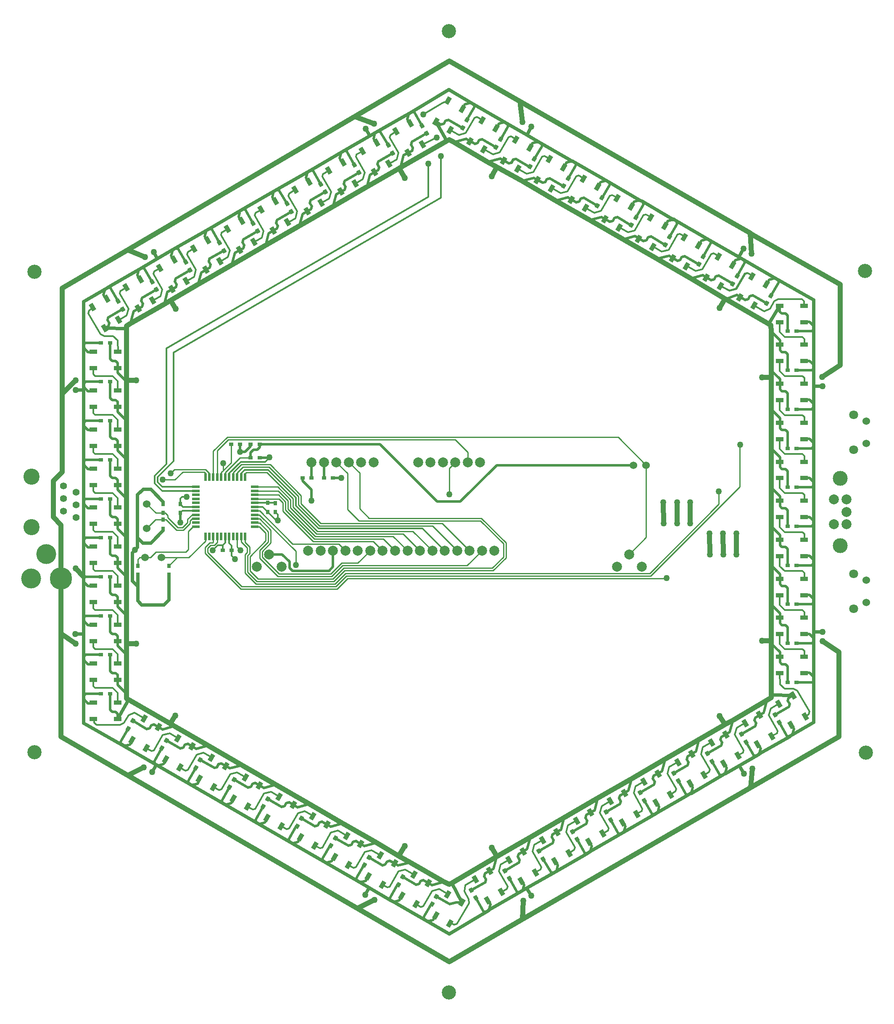
<source format=gtl>
%FSLAX25Y25*%
%MOIN*%
G70*
G01*
G75*
G04 Layer_Physical_Order=1*
G04 Layer_Color=255*
%ADD10R,0.01969X0.05906*%
%ADD11R,0.05906X0.01969*%
G04:AMPARAMS|DCode=12|XSize=59.06mil|YSize=35.43mil|CornerRadius=0mil|HoleSize=0mil|Usage=FLASHONLY|Rotation=120.000|XOffset=0mil|YOffset=0mil|HoleType=Round|Shape=Rectangle|*
%AMROTATEDRECTD12*
4,1,4,0.03011,-0.01671,-0.00058,-0.03443,-0.03011,0.01671,0.00058,0.03443,0.03011,-0.01671,0.0*
%
%ADD12ROTATEDRECTD12*%

%ADD13R,0.05906X0.03543*%
G04:AMPARAMS|DCode=14|XSize=59.06mil|YSize=35.43mil|CornerRadius=0mil|HoleSize=0mil|Usage=FLASHONLY|Rotation=240.000|XOffset=0mil|YOffset=0mil|HoleType=Round|Shape=Rectangle|*
%AMROTATEDRECTD14*
4,1,4,-0.00058,0.03443,0.03011,0.01671,0.00058,-0.03443,-0.03011,-0.01671,-0.00058,0.03443,0.0*
%
%ADD14ROTATEDRECTD14*%

%ADD15R,0.03543X0.03150*%
G04:AMPARAMS|DCode=16|XSize=35.43mil|YSize=31.5mil|CornerRadius=0mil|HoleSize=0mil|Usage=FLASHONLY|Rotation=300.000|XOffset=0mil|YOffset=0mil|HoleType=Round|Shape=Rectangle|*
%AMROTATEDRECTD16*
4,1,4,-0.02250,0.00747,0.00478,0.02322,0.02250,-0.00747,-0.00478,-0.02322,-0.02250,0.00747,0.0*
%
%ADD16ROTATEDRECTD16*%

G04:AMPARAMS|DCode=17|XSize=35.43mil|YSize=31.5mil|CornerRadius=0mil|HoleSize=0mil|Usage=FLASHONLY|Rotation=60.000|XOffset=0mil|YOffset=0mil|HoleType=Round|Shape=Rectangle|*
%AMROTATEDRECTD17*
4,1,4,0.00478,-0.02322,-0.02250,-0.00747,-0.00478,0.02322,0.02250,0.00747,0.00478,-0.02322,0.0*
%
%ADD17ROTATEDRECTD17*%

%ADD18R,0.03150X0.03543*%
%ADD19C,0.01181*%
%ADD20C,0.01000*%
%ADD21C,0.03937*%
%ADD22C,0.02756*%
%ADD23C,0.01969*%
%ADD24C,0.11811*%
%ADD25C,0.07874*%
%ADD26C,0.06000*%
%ADD27C,0.07087*%
%ADD28C,0.05512*%
%ADD29C,0.12795*%
%ADD30C,0.15748*%
%ADD31C,0.17716*%
%ADD32C,0.11221*%
%ADD33C,0.05000*%
D10*
X-190256Y27461D02*
D03*
X-187106D02*
D03*
X-183957D02*
D03*
X-180807D02*
D03*
X-177657D02*
D03*
X-174508D02*
D03*
X-171358D02*
D03*
X-168209D02*
D03*
X-165059D02*
D03*
X-193406D02*
D03*
X-161909D02*
D03*
Y-19390D02*
D03*
X-193406D02*
D03*
X-165059D02*
D03*
X-168209D02*
D03*
X-171358D02*
D03*
X-174508D02*
D03*
X-177657D02*
D03*
X-180807D02*
D03*
X-183957D02*
D03*
X-187106D02*
D03*
X-190256D02*
D03*
D11*
X-154232Y19783D02*
D03*
Y16634D02*
D03*
Y13484D02*
D03*
Y10335D02*
D03*
Y7185D02*
D03*
Y4035D02*
D03*
Y886D02*
D03*
Y-2264D02*
D03*
Y-5413D02*
D03*
Y-8563D02*
D03*
Y-11713D02*
D03*
X-201083D02*
D03*
Y-8563D02*
D03*
Y-5413D02*
D03*
Y-2264D02*
D03*
Y886D02*
D03*
Y4035D02*
D03*
Y7185D02*
D03*
Y10335D02*
D03*
Y13484D02*
D03*
Y16634D02*
D03*
Y19783D02*
D03*
D12*
X-42103Y301464D02*
D03*
X-30852Y307960D02*
D03*
X-21206Y291253D02*
D03*
X-32458Y284757D02*
D03*
X-68868Y286011D02*
D03*
X-57617Y292507D02*
D03*
X-47971Y275800D02*
D03*
X-59223Y269304D02*
D03*
X-95633Y270558D02*
D03*
X-84382Y277054D02*
D03*
X-74736Y260347D02*
D03*
X-85988Y253851D02*
D03*
X-122398Y255105D02*
D03*
X-111147Y261601D02*
D03*
X-101501Y244895D02*
D03*
X-112752Y238399D02*
D03*
X-149163Y239653D02*
D03*
X-137912Y246149D02*
D03*
X-128266Y229442D02*
D03*
X-139517Y222946D02*
D03*
X-175928Y224200D02*
D03*
X-164677Y230696D02*
D03*
X-155031Y213989D02*
D03*
X-166282Y207493D02*
D03*
X-202693Y208747D02*
D03*
X-191442Y215243D02*
D03*
X-181796Y198536D02*
D03*
X-193047Y192040D02*
D03*
X-229458Y193294D02*
D03*
X-218207Y199790D02*
D03*
X-208561Y183084D02*
D03*
X-219812Y176587D02*
D03*
X-256223Y177842D02*
D03*
X-244971Y184338D02*
D03*
X-235326Y167631D02*
D03*
X-246577Y161135D02*
D03*
X-282988Y162389D02*
D03*
X-271737Y168885D02*
D03*
X-262091Y152178D02*
D03*
X-273342Y145682D02*
D03*
X41574Y-301231D02*
D03*
X30323Y-307727D02*
D03*
X20677Y-291020D02*
D03*
X31929Y-284524D02*
D03*
X68339Y-285778D02*
D03*
X57088Y-292274D02*
D03*
X47442Y-275568D02*
D03*
X58694Y-269072D02*
D03*
X95104Y-270326D02*
D03*
X83853Y-276822D02*
D03*
X74207Y-260115D02*
D03*
X85459Y-253619D02*
D03*
X121869Y-254873D02*
D03*
X110618Y-261369D02*
D03*
X100972Y-244662D02*
D03*
X112224Y-238166D02*
D03*
X148634Y-239420D02*
D03*
X137383Y-245916D02*
D03*
X127737Y-229209D02*
D03*
X138988Y-222713D02*
D03*
X175399Y-223968D02*
D03*
X164148Y-230464D02*
D03*
X154502Y-213757D02*
D03*
X165753Y-207261D02*
D03*
X202164Y-208515D02*
D03*
X190913Y-215011D02*
D03*
X181267Y-198304D02*
D03*
X192518Y-191808D02*
D03*
X228929Y-193062D02*
D03*
X217678Y-199558D02*
D03*
X208032Y-182851D02*
D03*
X219283Y-176355D02*
D03*
X255709Y-177601D02*
D03*
X244457Y-184097D02*
D03*
X234811Y-167390D02*
D03*
X246063Y-160894D02*
D03*
X282397Y-162192D02*
D03*
X271146Y-168688D02*
D03*
X261500Y-151981D02*
D03*
X272752Y-145485D02*
D03*
D13*
X-282382Y114075D02*
D03*
Y127067D02*
D03*
X-263090D02*
D03*
Y114075D02*
D03*
X-282382Y83169D02*
D03*
Y96161D02*
D03*
X-263090D02*
D03*
Y83169D02*
D03*
X-282382Y52264D02*
D03*
Y65256D02*
D03*
X-263090D02*
D03*
Y52264D02*
D03*
X-282382Y21358D02*
D03*
Y34350D02*
D03*
X-263090D02*
D03*
Y21358D02*
D03*
X-282382Y-9547D02*
D03*
Y3445D02*
D03*
X-263090D02*
D03*
Y-9547D02*
D03*
X-282382Y-40453D02*
D03*
Y-27461D02*
D03*
X-263090D02*
D03*
Y-40453D02*
D03*
X-282382Y-71358D02*
D03*
Y-58366D02*
D03*
X-263090D02*
D03*
Y-71358D02*
D03*
X-282382Y-102264D02*
D03*
Y-89272D02*
D03*
X-263090D02*
D03*
Y-102264D02*
D03*
X-282382Y-133169D02*
D03*
Y-120177D02*
D03*
X-263090D02*
D03*
Y-133169D02*
D03*
X-282382Y-164075D02*
D03*
Y-151083D02*
D03*
X-263090D02*
D03*
Y-164075D02*
D03*
X281496Y-114764D02*
D03*
Y-127756D02*
D03*
X262205D02*
D03*
Y-114764D02*
D03*
X281496Y-83858D02*
D03*
Y-96850D02*
D03*
X262205D02*
D03*
Y-83858D02*
D03*
X281496Y-52953D02*
D03*
Y-65945D02*
D03*
X262205D02*
D03*
Y-52953D02*
D03*
X281496Y-22047D02*
D03*
Y-35039D02*
D03*
X262205D02*
D03*
Y-22047D02*
D03*
X281496Y8858D02*
D03*
Y-4134D02*
D03*
X262205D02*
D03*
Y8858D02*
D03*
X281496Y39764D02*
D03*
Y26772D02*
D03*
X262205D02*
D03*
Y39764D02*
D03*
X281496Y70669D02*
D03*
Y57677D02*
D03*
X262205D02*
D03*
Y70669D02*
D03*
X281496Y101575D02*
D03*
Y88583D02*
D03*
X262205D02*
D03*
Y101575D02*
D03*
X281496Y132480D02*
D03*
Y119488D02*
D03*
X262205D02*
D03*
Y132480D02*
D03*
X281496Y163386D02*
D03*
Y150394D02*
D03*
X262205D02*
D03*
Y163386D02*
D03*
D14*
X-240377Y-187094D02*
D03*
X-251628Y-180597D02*
D03*
X-241983Y-163891D02*
D03*
X-230731Y-170387D02*
D03*
X-213612Y-202546D02*
D03*
X-224864Y-196050D02*
D03*
X-215218Y-179343D02*
D03*
X-203966Y-185839D02*
D03*
X-186847Y-217999D02*
D03*
X-198099Y-211503D02*
D03*
X-188453Y-194796D02*
D03*
X-177201Y-201292D02*
D03*
X-160082Y-233452D02*
D03*
X-171334Y-226956D02*
D03*
X-161688Y-210249D02*
D03*
X-150436Y-216745D02*
D03*
X-133317Y-248905D02*
D03*
X-144569Y-242408D02*
D03*
X-134923Y-225702D02*
D03*
X-123671Y-232198D02*
D03*
X-106552Y-264357D02*
D03*
X-117804Y-257861D02*
D03*
X-108158Y-241155D02*
D03*
X-96907Y-247651D02*
D03*
X-79787Y-279810D02*
D03*
X-91039Y-273314D02*
D03*
X-81393Y-256607D02*
D03*
X-70142Y-263103D02*
D03*
X-53022Y-295263D02*
D03*
X-64274Y-288767D02*
D03*
X-54628Y-272060D02*
D03*
X-43377Y-278556D02*
D03*
X-26257Y-310716D02*
D03*
X-37509Y-304220D02*
D03*
X-27863Y-287513D02*
D03*
X-16612Y-294009D02*
D03*
X508Y-326168D02*
D03*
X-10744Y-319672D02*
D03*
X-1098Y-302965D02*
D03*
X10153Y-309462D02*
D03*
X240177Y186744D02*
D03*
X251428Y180247D02*
D03*
X241782Y163541D02*
D03*
X230531Y170037D02*
D03*
X213326Y202245D02*
D03*
X224578Y195749D02*
D03*
X214932Y179043D02*
D03*
X203681Y185539D02*
D03*
X186561Y217698D02*
D03*
X197813Y211202D02*
D03*
X188167Y194495D02*
D03*
X176916Y200992D02*
D03*
X159882Y233102D02*
D03*
X171133Y226606D02*
D03*
X161487Y209899D02*
D03*
X150236Y216395D02*
D03*
X133202Y248505D02*
D03*
X144453Y242009D02*
D03*
X134808Y225303D02*
D03*
X123556Y231799D02*
D03*
X106352Y264007D02*
D03*
X117603Y257511D02*
D03*
X107957Y240805D02*
D03*
X96706Y247301D02*
D03*
X79553Y279480D02*
D03*
X90804Y272984D02*
D03*
X81159Y256277D02*
D03*
X69907Y262773D02*
D03*
X52702Y294982D02*
D03*
X63954Y288486D02*
D03*
X54308Y271779D02*
D03*
X43057Y278275D02*
D03*
X25957Y310423D02*
D03*
X37209Y303927D02*
D03*
X27563Y287220D02*
D03*
X16312Y293716D02*
D03*
X-803Y325873D02*
D03*
X10449Y319377D02*
D03*
X803Y302670D02*
D03*
X-10449Y309166D02*
D03*
D15*
X-116240Y26870D02*
D03*
X-109153D02*
D03*
X-92323Y26870D02*
D03*
X-99410D02*
D03*
X-173031Y53642D02*
D03*
X-165945D02*
D03*
X-157480D02*
D03*
X-150394D02*
D03*
X-269035Y134055D02*
D03*
X-276122D02*
D03*
X-269035Y103150D02*
D03*
X-276122D02*
D03*
X-269035Y72244D02*
D03*
X-276122D02*
D03*
X-269035Y41339D02*
D03*
X-276122D02*
D03*
X-269035Y10433D02*
D03*
X-276122D02*
D03*
X-269035Y-20472D02*
D03*
X-276122D02*
D03*
X-269035Y-51378D02*
D03*
X-276122D02*
D03*
X-269035Y-82284D02*
D03*
X-276122D02*
D03*
X-269035Y-113189D02*
D03*
X-276122D02*
D03*
X-269035Y-144095D02*
D03*
X-276122D02*
D03*
X268307Y-135020D02*
D03*
X275394D02*
D03*
X268307Y-104114D02*
D03*
X275394D02*
D03*
X268307Y-73209D02*
D03*
X275394D02*
D03*
X268307Y-42303D02*
D03*
X275394D02*
D03*
X268307Y-11398D02*
D03*
X275394D02*
D03*
X268307Y19508D02*
D03*
X275394D02*
D03*
X268307Y50413D02*
D03*
X275394D02*
D03*
X268307Y81319D02*
D03*
X275394D02*
D03*
X268307Y112224D02*
D03*
X275394D02*
D03*
X268307Y143130D02*
D03*
X275394D02*
D03*
X-157480Y42913D02*
D03*
X-150394D02*
D03*
X-172457Y-30400D02*
D03*
X-179543D02*
D03*
D16*
X-18077Y299810D02*
D03*
X-21621Y305947D02*
D03*
X-44842Y284357D02*
D03*
X-48386Y290495D02*
D03*
X-71607Y268905D02*
D03*
X-75151Y275042D02*
D03*
X-98372Y253452D02*
D03*
X-101916Y259589D02*
D03*
X-125137Y237999D02*
D03*
X-128681Y244136D02*
D03*
X-151902Y222546D02*
D03*
X-155446Y228684D02*
D03*
X-178667Y207094D02*
D03*
X-182211Y213231D02*
D03*
X-205432Y191641D02*
D03*
X-208975Y197778D02*
D03*
X-232197Y176188D02*
D03*
X-235740Y182325D02*
D03*
X-258962Y160735D02*
D03*
X-262505Y166873D02*
D03*
X17557Y-299755D02*
D03*
X21100Y-305892D02*
D03*
X44219Y-284252D02*
D03*
X47762Y-290390D02*
D03*
X70984Y-268800D02*
D03*
X74527Y-274937D02*
D03*
X97749Y-253347D02*
D03*
X101292Y-259484D02*
D03*
X124514Y-237894D02*
D03*
X128057Y-244031D02*
D03*
X151279Y-222441D02*
D03*
X154822Y-228578D02*
D03*
X178044Y-206989D02*
D03*
X181587Y-213126D02*
D03*
X204808Y-191536D02*
D03*
X208352Y-197673D02*
D03*
X231777Y-176189D02*
D03*
X235320Y-182326D02*
D03*
X258257Y-160678D02*
D03*
X261800Y-166815D02*
D03*
D17*
X-250990Y-165555D02*
D03*
X-254534Y-171692D02*
D03*
X-224225Y-181008D02*
D03*
X-227768Y-187145D02*
D03*
X-197460Y-196460D02*
D03*
X-201004Y-202598D02*
D03*
X-170695Y-211913D02*
D03*
X-174239Y-218050D02*
D03*
X-143930Y-227366D02*
D03*
X-147474Y-233503D02*
D03*
X-117165Y-242819D02*
D03*
X-120709Y-248956D02*
D03*
X-90400Y-258271D02*
D03*
X-93944Y-264409D02*
D03*
X-63635Y-273724D02*
D03*
X-67179Y-279861D02*
D03*
X-36871Y-289177D02*
D03*
X-40414Y-295314D02*
D03*
X-10106Y-304630D02*
D03*
X-13649Y-310767D02*
D03*
X251632Y165246D02*
D03*
X255175Y171383D02*
D03*
X224867Y180699D02*
D03*
X228410Y186836D02*
D03*
X198017Y196201D02*
D03*
X201560Y202338D02*
D03*
X171252Y211653D02*
D03*
X174795Y217791D02*
D03*
X144401Y227155D02*
D03*
X147945Y233293D02*
D03*
X117551Y242657D02*
D03*
X121095Y248795D02*
D03*
X90786Y258110D02*
D03*
X94330Y264247D02*
D03*
X64004Y273573D02*
D03*
X67548Y279710D02*
D03*
X37239Y289026D02*
D03*
X40783Y295163D02*
D03*
X10676Y304362D02*
D03*
X14219Y310499D02*
D03*
D18*
X-137900Y7043D02*
D03*
Y-43D02*
D03*
X-144000Y7143D02*
D03*
Y57D02*
D03*
X-222342Y-49803D02*
D03*
Y-42717D02*
D03*
X-213400Y6243D02*
D03*
Y-843D02*
D03*
X-246949Y-49803D02*
D03*
Y-42717D02*
D03*
X-226800Y-13243D02*
D03*
Y-6157D02*
D03*
X-226800Y6243D02*
D03*
Y-843D02*
D03*
D19*
X-172457Y-34630D02*
X-169783Y-37303D01*
X-172457Y-34630D02*
Y-26658D01*
X-165376Y39748D02*
X-145882D01*
X-174508Y30616D02*
X-165376Y39748D01*
X-174508Y27461D02*
Y30616D01*
X-135925Y-6594D02*
Y-2018D01*
X-137349Y-6594D02*
X-135925D01*
X-144000Y57D02*
X-137349Y-6594D01*
X-183465Y-26378D02*
X-179528D01*
X-187500Y-30413D02*
X-183465Y-26378D01*
X-121697Y4865D02*
Y11361D01*
Y4865D02*
X-103742Y-13091D01*
X-143726Y33390D02*
X-121697Y11361D01*
X-103742Y-13091D02*
X-21654D01*
X-281431Y-167021D02*
X-279634Y-168818D01*
X-260761D01*
X-21161Y-13091D02*
X-3551Y-30700D01*
X-158484Y33390D02*
X-143726D01*
X-6489Y248917D02*
Y281811D01*
X-20895Y291364D02*
X-10024Y296568D01*
X-20457Y314973D02*
X-4807Y324324D01*
X-492Y325984D01*
X-162279Y33390D02*
X-158484D01*
X-165059Y30610D02*
X-162279Y33390D01*
X-165059Y27461D02*
Y30610D01*
X-145882Y39748D02*
X-142717Y42913D01*
X-154232Y7185D02*
X-138042D01*
X-147979Y4035D02*
X-144000Y57D01*
X-154232Y4035D02*
X-147979D01*
X-137900Y-43D02*
X-135925Y-2018D01*
X-213400Y-8450D02*
X-213386Y-8465D01*
X-211192Y4035D02*
X-201083D01*
X-213400Y6243D02*
X-211192Y4035D01*
X-213400Y-843D02*
X-211671Y886D01*
X-201083D01*
X-174508Y-24606D02*
X-172457Y-26658D01*
X-174508Y-24606D02*
Y-19390D01*
X-179543Y-30400D02*
Y-26394D01*
X-177657Y-24508D02*
Y-19390D01*
X-179528Y-26378D02*
X-177657Y-24508D01*
X-262836Y136057D02*
X-262734Y126985D01*
X-266743Y139160D02*
X-262836Y136057D01*
X-276747Y140885D02*
X-273680Y139251D01*
X-266743Y139160D01*
X-286183Y157229D02*
X-285525Y159684D01*
X-286183Y157229D02*
X-276747Y140885D01*
X-285525Y159684D02*
X-282457Y161456D01*
X-249624Y-159185D02*
X-241717Y-163633D01*
X-254265Y-161017D02*
X-249624Y-159185D01*
X-260761Y-168818D02*
X-257812Y-166979D01*
X-254265Y-161017D01*
X-281431Y-163478D02*
X-281431Y-167021D01*
X12872Y-295645D02*
X20677Y-291020D01*
X12138Y-300580D02*
X12872Y-295645D01*
X15528Y-306633D02*
X15646Y-310106D01*
X12138Y-300580D02*
X15528Y-306633D01*
X3755Y-327108D02*
X6210Y-326450D01*
X15646Y-310106D01*
X686Y-325336D02*
X3755Y-327108D01*
X262205Y-127756D02*
X262307Y-136828D01*
X266214Y-139931D01*
X273150Y-140022D02*
X276218Y-141656D01*
X266214Y-139931D02*
X273150Y-140022D01*
X284996Y-160455D02*
X285654Y-158000D01*
X276218Y-141656D02*
X285654Y-158000D01*
X281927Y-162226D02*
X284996Y-160455D01*
X241782Y163541D02*
X249690Y159093D01*
X254331Y160925D01*
X257878Y166887D02*
X260827Y168726D01*
X254331Y160925D02*
X257878Y166887D01*
X279699Y168726D02*
X281496Y166929D01*
X260827Y168726D02*
X279699D01*
X281496Y163386D02*
Y166929D01*
X-221703Y-175410D02*
X-214781Y-179407D01*
X-239972Y-187259D02*
X-236095Y-189498D01*
X-234099Y-188963D01*
X-227110Y-176859D01*
X-221703Y-175410D01*
X-194938Y-190863D02*
X-188016Y-194860D01*
X-213208Y-202712D02*
X-209330Y-204950D01*
X-207334Y-204416D01*
X-200345Y-192312D01*
X-194938Y-190863D01*
X-168173Y-206316D02*
X-161251Y-210312D01*
X-186442Y-218164D02*
X-182565Y-220403D01*
X-180569Y-219868D01*
X-173580Y-207764D01*
X-168173Y-206316D01*
X-141408Y-221768D02*
X-134486Y-225765D01*
X-159678Y-233617D02*
X-155800Y-235856D01*
X-153804Y-235321D01*
X-146816Y-223217D01*
X-141408Y-221768D01*
X-114643Y-237221D02*
X-107721Y-241218D01*
X-132913Y-249070D02*
X-129035Y-251309D01*
X-127039Y-250774D01*
X-120051Y-238670D01*
X-114643Y-237221D01*
X-88352Y-252476D02*
X-81429Y-256473D01*
X-106621Y-264325D02*
X-102743Y-266564D01*
X-100747Y-266029D01*
X-93759Y-253925D01*
X-88352Y-252476D01*
X-61587Y-267929D02*
X-54664Y-271926D01*
X-79856Y-279778D02*
X-75978Y-282016D01*
X-73982Y-281482D01*
X-66994Y-269378D01*
X-61587Y-267929D01*
X-34822Y-283382D02*
X-27899Y-287378D01*
X-53091Y-295231D02*
X-49213Y-297469D01*
X-47217Y-296934D01*
X-40229Y-284830D01*
X-34822Y-283382D01*
X-8057Y-298834D02*
X-1134Y-302831D01*
X-26326Y-310683D02*
X-22448Y-312922D01*
X-20452Y-312387D01*
X-13464Y-300283D01*
X-8057Y-298834D01*
X-262927Y95771D02*
Y103764D01*
X-282323Y109184D02*
Y113661D01*
Y109184D02*
X-280861Y107723D01*
X-266885D01*
X-262927Y103764D01*
Y64865D02*
Y72859D01*
X-282323Y78278D02*
Y82756D01*
Y78278D02*
X-280861Y76817D01*
X-266885D01*
X-262927Y72859D01*
Y33960D02*
Y41953D01*
X-282323Y47373D02*
Y51850D01*
Y47373D02*
X-280861Y45911D01*
X-266885D01*
X-262927Y41953D01*
Y3054D02*
Y11048D01*
X-282323Y16467D02*
Y20945D01*
Y16467D02*
X-280861Y15006D01*
X-266885D01*
X-262927Y11048D01*
Y-27851D02*
Y-19858D01*
X-282323Y-14438D02*
Y-9961D01*
Y-14438D02*
X-280861Y-15900D01*
X-266885D01*
X-262927Y-19858D01*
Y-58757D02*
Y-50763D01*
X-282323Y-45344D02*
Y-40866D01*
Y-45344D02*
X-280861Y-46805D01*
X-266885D01*
X-262927Y-50763D01*
Y-89662D02*
Y-81669D01*
X-282323Y-76249D02*
Y-71772D01*
Y-76249D02*
X-280861Y-77710D01*
X-266885D01*
X-262927Y-81669D01*
Y-120568D02*
Y-112574D01*
X-282323Y-107155D02*
Y-102677D01*
Y-107155D02*
X-280861Y-108616D01*
X-266885D01*
X-262927Y-112574D01*
Y-151473D02*
Y-143480D01*
X-282323Y-138060D02*
Y-133583D01*
Y-138060D02*
X-280861Y-139522D01*
X-266885D01*
X-262927Y-143480D01*
X40735Y-279319D02*
X47657Y-275323D01*
X41862Y-301065D02*
X45739Y-298827D01*
X46274Y-296830D01*
X39286Y-284727D02*
X46274Y-296830D01*
X39286Y-284727D02*
X40735Y-279319D01*
X67397Y-263817D02*
X74320Y-259820D01*
X68524Y-285563D02*
X72402Y-283324D01*
X72936Y-281328D01*
X65948Y-269224D02*
X72936Y-281328D01*
X65948Y-269224D02*
X67397Y-263817D01*
X94162Y-248364D02*
X101084Y-244367D01*
X95289Y-270110D02*
X99167Y-267871D01*
X99701Y-265875D01*
X92713Y-253771D02*
X99701Y-265875D01*
X92713Y-253771D02*
X94162Y-248364D01*
X120927Y-232911D02*
X127849Y-228914D01*
X122054Y-254657D02*
X125932Y-252418D01*
X126466Y-250422D01*
X119478Y-238318D02*
X126466Y-250422D01*
X119478Y-238318D02*
X120927Y-232911D01*
X147692Y-217458D02*
X154614Y-213462D01*
X148819Y-239205D02*
X152697Y-236966D01*
X153231Y-234969D01*
X146243Y-222866D02*
X153231Y-234969D01*
X146243Y-222866D02*
X147692Y-217458D01*
X174457Y-202006D02*
X181379Y-198009D01*
X175584Y-223752D02*
X179461Y-221513D01*
X179996Y-219517D01*
X173008Y-207413D02*
X179996Y-219517D01*
X173008Y-207413D02*
X174457Y-202006D01*
X201222Y-186553D02*
X208144Y-182556D01*
X202349Y-208299D02*
X206226Y-206060D01*
X206761Y-204064D01*
X199773Y-191960D02*
X206761Y-204064D01*
X199773Y-191960D02*
X201222Y-186553D01*
X227987Y-171100D02*
X234909Y-167104D01*
X229114Y-192846D02*
X232991Y-190608D01*
X233526Y-188611D01*
X226538Y-176507D02*
X233526Y-188611D01*
X226538Y-176507D02*
X227987Y-171100D01*
X254955Y-155753D02*
X261877Y-151756D01*
X256082Y-177499D02*
X259959Y-175260D01*
X260494Y-173264D01*
X253506Y-161160D02*
X260494Y-173264D01*
X253506Y-161160D02*
X254955Y-155753D01*
X262198Y-104729D02*
Y-96735D01*
X281594Y-114626D02*
Y-110149D01*
X280133Y-108687D02*
X281594Y-110149D01*
X266157Y-108687D02*
X280133D01*
X262198Y-104729D02*
X266157Y-108687D01*
X262198Y-73823D02*
Y-65830D01*
X281594Y-83720D02*
Y-79243D01*
X280133Y-77782D02*
X281594Y-79243D01*
X266157Y-77782D02*
X280133D01*
X262198Y-73823D02*
X266157Y-77782D01*
X262198Y-42918D02*
Y-34924D01*
X281594Y-52815D02*
Y-48337D01*
X280133Y-46876D02*
X281594Y-48337D01*
X266157Y-46876D02*
X280133D01*
X262198Y-42918D02*
X266157Y-46876D01*
X262198Y-12012D02*
Y-4019D01*
X281594Y-21910D02*
Y-17432D01*
X280133Y-15971D02*
X281594Y-17432D01*
X266157Y-15971D02*
X280133D01*
X262198Y-12012D02*
X266157Y-15971D01*
X262198Y18893D02*
Y26887D01*
X281594Y8996D02*
Y13474D01*
X280133Y14935D02*
X281594Y13474D01*
X266157Y14935D02*
X280133D01*
X262198Y18893D02*
X266157Y14935D01*
X262198Y49799D02*
Y57792D01*
X281594Y39902D02*
Y44379D01*
X280133Y45840D02*
X281594Y44379D01*
X266157Y45840D02*
X280133D01*
X262198Y49799D02*
X266157Y45840D01*
X262198Y80704D02*
Y88698D01*
X281594Y70807D02*
Y75285D01*
X280133Y76746D02*
X281594Y75285D01*
X266157Y76746D02*
X280133D01*
X262198Y80704D02*
X266157Y76746D01*
X262198Y111610D02*
Y119603D01*
X281594Y101713D02*
Y106190D01*
X280133Y107651D02*
X281594Y106190D01*
X266157Y107651D02*
X280133D01*
X262198Y111610D02*
X266157Y107651D01*
X262198Y142515D02*
Y150509D01*
X281594Y132618D02*
Y137096D01*
X280133Y138557D02*
X281594Y137096D01*
X266157Y138557D02*
X280133D01*
X262198Y142515D02*
X266157Y138557D01*
X-48597Y275119D02*
X-41675Y279115D01*
X-40226Y284523D01*
X-47214Y296626D02*
X-40226Y284523D01*
X-47214Y296626D02*
X-46679Y298623D01*
X-42801Y300862D01*
X-75362Y259666D02*
X-68439Y263663D01*
X-66991Y269070D01*
X-73979Y281174D02*
X-66991Y269070D01*
X-73979Y281174D02*
X-73444Y283170D01*
X-69566Y285409D01*
X-102127Y244213D02*
X-95204Y248210D01*
X-93756Y253617D01*
X-100744Y265721D02*
X-93756Y253617D01*
X-100744Y265721D02*
X-100209Y267717D01*
X-96331Y269956D01*
X-128892Y228760D02*
X-121969Y232757D01*
X-120520Y238164D01*
X-127509Y250268D02*
X-120520Y238164D01*
X-127509Y250268D02*
X-126974Y252264D01*
X-123096Y254503D01*
X-155657Y213308D02*
X-148734Y217304D01*
X-147285Y222712D01*
X-154274Y234816D02*
X-147285Y222712D01*
X-154274Y234816D02*
X-153739Y236812D01*
X-149861Y239051D01*
X-182422Y197855D02*
X-175499Y201852D01*
X-174050Y207259D01*
X-181039Y219363D02*
X-174050Y207259D01*
X-181039Y219363D02*
X-180504Y221359D01*
X-176626Y223598D01*
X-209187Y182402D02*
X-202264Y186399D01*
X-200815Y191806D01*
X-207804Y203910D02*
X-200815Y191806D01*
X-207804Y203910D02*
X-207269Y205906D01*
X-235952Y166949D02*
X-229029Y170946D01*
X-227580Y176353D01*
X-234569Y188457D02*
X-227580Y176353D01*
X-234569Y188457D02*
X-234034Y190453D01*
X-230156Y192692D01*
X-262717Y151497D02*
X-255794Y155493D01*
X-254345Y160900D01*
X-261333Y173004D02*
X-254345Y160900D01*
X-261333Y173004D02*
X-260799Y175001D01*
X-256921Y177239D01*
X215422Y179098D02*
X222345Y175101D01*
X227752Y176550D01*
X234740Y188654D01*
X236736Y189189D01*
X240614Y186950D01*
X215235Y179325D02*
X222158Y175328D01*
X227565Y176777D01*
X234553Y188881D01*
X236549Y189416D01*
X240427Y187177D01*
X188385Y194827D02*
X195307Y190830D01*
X200715Y192279D01*
X207703Y204383D01*
X209699Y204918D01*
X213577Y202679D01*
X161620Y210280D02*
X168542Y206283D01*
X173950Y207732D01*
X180938Y219836D01*
X182934Y220371D01*
X186812Y218132D01*
X134891Y225598D02*
X141814Y221601D01*
X147221Y223050D01*
X154209Y235154D01*
X156205Y235689D01*
X160083Y233450D01*
X108211Y241002D02*
X115134Y237005D01*
X120541Y238454D01*
X127529Y250558D01*
X129525Y251093D01*
X133403Y248854D01*
X865Y302743D02*
X7788Y298747D01*
X13195Y300196D01*
X20183Y312299D01*
X22179Y312834D01*
X26057Y310595D01*
X81361Y256504D02*
X88284Y252507D01*
X93691Y253956D01*
X100679Y266060D01*
X102675Y266595D01*
X106553Y264356D01*
X54513Y271891D02*
X61435Y267894D01*
X66843Y269343D01*
X73831Y281447D01*
X75827Y281982D01*
X79705Y279743D01*
X48977Y297484D02*
X52854Y295245D01*
X46981Y296949D02*
X48977Y297484D01*
X39992Y284845D02*
X46981Y296949D01*
X34585Y283396D02*
X39992Y284845D01*
X27663Y287393D02*
X34585Y283396D01*
X-213400Y6243D02*
Y10616D01*
X-212008Y12008D01*
X-208296D01*
X-227494Y16634D02*
X-201083D01*
X-227461Y19783D02*
X-201083D01*
X-218701Y126279D02*
X-6489Y248917D01*
X-231299Y23622D02*
Y27559D01*
X-218701Y40157D01*
Y126279D01*
X-231299Y23622D02*
X-227461Y19783D01*
X-16689Y249563D02*
Y276011D01*
X-224213Y129626D02*
X-16689Y249563D01*
X-233465Y22604D02*
X-227494Y16634D01*
X-224213Y37992D02*
Y129626D01*
X-233465Y22604D02*
Y28740D01*
X-224213Y37992D01*
X-207269Y205906D02*
X-203391Y208145D01*
D20*
X-160335Y-32111D02*
Y-28517D01*
X-162080Y-33856D02*
X-160335Y-32111D01*
X-165059Y-23793D02*
X-160335Y-28517D01*
X-162080Y-48400D02*
Y-33856D01*
X-179232Y32900D02*
Y38681D01*
X-183957Y27461D02*
Y48550D01*
X-187106Y27461D02*
Y48228D01*
X-183957Y48550D02*
X-175254Y57252D01*
X-187106Y48228D02*
X-176083Y59252D01*
X-245452Y-36200D02*
X-241096D01*
X-246949Y-37697D02*
X-245452Y-36200D01*
X-246949Y-42717D02*
Y-37697D01*
X-223228Y-4553D02*
Y-2756D01*
Y-4553D02*
X-215317Y-12465D01*
X-225141Y-843D02*
X-223228Y-2756D01*
X-166043Y42913D02*
X-157480D01*
X-177657Y31299D02*
X-166043Y42913D01*
X-177657Y27461D02*
Y31299D01*
X-164980Y37480D02*
X-156790D01*
X-171358Y31102D02*
X-164980Y37480D01*
X-171358Y27461D02*
Y31102D01*
X-173031Y39049D02*
Y53642D01*
X-180807Y31273D02*
X-173031Y39049D01*
X-180807Y27461D02*
Y31273D01*
X-215826Y-36200D02*
X-206476D01*
X-232487Y-31700D02*
X-208865D01*
X-236987Y-36200D02*
X-232487Y-31700D01*
X-241096Y-36200D02*
X-236987D01*
X-208865Y-31700D02*
X-206988Y-29823D01*
X-89521Y39400D02*
X-80610Y30489D01*
Y1969D02*
Y30489D01*
Y1969D02*
X-71642Y-7000D01*
X-88975Y-61094D02*
X-80739Y-52858D01*
X-89803Y-59095D02*
X-81567Y-50858D01*
X-90632Y-57095D02*
X-82395Y-48858D01*
X-93945Y-49095D02*
X-85410Y-40559D01*
X-93117Y-51095D02*
X-84581Y-42559D01*
X-92288Y-53095D02*
X-83753Y-44559D01*
X-91460Y-55094D02*
X-82925Y-46559D01*
X-82395Y-48858D02*
X158917D01*
X-81567Y-50858D02*
X159746D01*
X-80739Y-52858D02*
X171945D01*
X172244Y-52559D01*
X-72465Y-40559D02*
X-62606Y-30700D01*
X-85410Y-40559D02*
X-72465D01*
X14117Y-42559D02*
X25976Y-30700D01*
X-84581Y-42559D02*
X14117D01*
X33984Y-44559D02*
X42913Y-35630D01*
X-83753Y-44559D02*
X33984D01*
X34813Y-46559D02*
X44913Y-36458D01*
X-82925Y-46559D02*
X34813D01*
X-193500Y-32899D02*
X-165304Y-61094D01*
X-193500Y-32899D02*
Y-27928D01*
X-189950Y-24378D01*
X-187450D01*
X-187106Y-24034D01*
X-193406Y-23130D02*
Y-19390D01*
X-206476Y-36200D02*
X-193406Y-23130D01*
X-228104Y-36200D02*
X-206476D01*
X-187106Y-24034D02*
Y-19390D01*
X-191500Y-32070D02*
Y-28756D01*
X-189121Y-26378D01*
X-186421D02*
X-183957Y-23914D01*
X-189121Y-26378D02*
X-186421D01*
X-183957Y-23914D02*
Y-19390D01*
X-134973Y-49095D02*
X-93945D01*
X-148237Y-35831D02*
X-134973Y-49095D01*
X-135802Y-51095D02*
X-93117D01*
X-150237Y-36659D02*
X-135802Y-51095D01*
X-151728Y-53095D02*
X-92288D01*
X-158080Y-46743D02*
X-151728Y-53095D01*
X-152557Y-55094D02*
X-91460D01*
X-160080Y-47572D02*
X-152557Y-55094D01*
X-153385Y-57095D02*
X-90632D01*
X-162080Y-48400D02*
X-153385Y-57095D01*
X14684Y39400D02*
Y47225D01*
X0Y34558D02*
X4842Y39400D01*
X-154232Y-2264D02*
X-150715D01*
X-131791Y689D02*
Y7185D01*
Y689D02*
X-107839Y-23263D01*
X-135021Y10415D02*
X-131791Y7185D01*
X-129791Y1517D02*
Y8014D01*
Y1517D02*
X-107011Y-21263D01*
X-127787Y2342D02*
X-106183Y-19263D01*
X-127787Y2342D02*
Y8838D01*
X-125787Y3170D02*
Y9666D01*
Y3170D02*
X-105354Y-17263D01*
X-123787Y3999D02*
X-104526Y-15263D01*
X-123787Y3999D02*
Y10495D01*
X-102876Y-11000D02*
X-13409D01*
X-119606Y5731D02*
X-102876Y-11000D01*
X-119606Y5731D02*
Y12227D01*
X-117606Y6559D02*
Y13055D01*
Y6559D02*
X-102047Y-9000D01*
X-5566D01*
X-135262Y13484D02*
X-129791Y8014D01*
X-135583Y16634D02*
X-127787Y8838D01*
X-135905Y19783D02*
X-125787Y9666D01*
X-144592Y31299D02*
X-123787Y10495D01*
X-142860Y35480D02*
X-119606Y12227D01*
X-142032Y37480D02*
X-117606Y13055D01*
X-107839Y-23263D02*
X-60201D01*
X-107011Y-21263D02*
X-52358D01*
X-106183Y-19263D02*
X-44516D01*
X-105354Y-17263D02*
X-36673D01*
X-104526Y-15263D02*
X-28831D01*
X-150297Y886D02*
X-124148Y-25263D01*
X-87728D01*
X-161909Y-24114D02*
X-158169Y-27854D01*
Y-32774D02*
Y-27854D01*
X-160080Y-34684D02*
X-158169Y-32774D01*
X-160080Y-47572D02*
Y-34684D01*
X-158080Y-46743D02*
Y-35512D01*
X-150237Y-36659D02*
Y-30498D01*
X-148237Y-35831D02*
Y-31327D01*
X-158080Y-35512D02*
X-145437Y-22870D01*
X-154232Y886D02*
X-150297D01*
X-161909Y-24114D02*
Y-19390D01*
X-206988Y-29823D02*
Y-15354D01*
X-216146Y-14465D02*
X-210901D01*
X-205535Y-9099D01*
X-215317Y-12465D02*
X-211729D01*
X-207579Y-8314D01*
X-206988Y-15354D02*
X-203346Y-11713D01*
X-60201Y-23263D02*
X-52764Y-30700D01*
X-71642Y-7000D02*
X24716D01*
X42913Y-25197D01*
X-63602Y-5000D02*
X25545D01*
X44913Y-24368D01*
X-52358Y-21263D02*
X-42921Y-30700D01*
X-5566Y-9000D02*
X16134Y-30700D01*
X-154232Y13484D02*
X-135262D01*
X-154232Y16634D02*
X-135583D01*
X-154232Y19783D02*
X-135905D01*
X-159350Y31299D02*
X-144592D01*
X-157618Y35480D02*
X-142860D01*
X-156790Y37480D02*
X-142032D01*
X-87728Y-25263D02*
X-82291Y-30700D01*
X44913Y-36458D02*
Y-24368D01*
X42913Y-35630D02*
Y-25197D01*
X-165059Y-23793D02*
Y-19390D01*
X-150237Y-30498D02*
X-143437Y-23698D01*
X-148237Y-31327D02*
X-141437Y-24527D01*
X-163732Y35480D02*
X-157618D01*
X-168209Y31004D02*
X-163732Y35480D01*
X-168209Y27461D02*
Y31004D01*
X-13409Y-11000D02*
X6291Y-30700D01*
X-160925Y31299D02*
X-159350D01*
X-28831Y-15263D02*
X-13394Y-30700D01*
X-161909Y30315D02*
X-160925Y31299D01*
X-161909Y27461D02*
Y30315D01*
X-36673Y-17263D02*
X-23236Y-30700D01*
X-44516Y-19263D02*
X-33079Y-30700D01*
X-154232Y10415D02*
X-135021D01*
X-205535Y-9099D02*
Y-6957D01*
X-207579Y-8314D02*
Y-5851D01*
X-224453Y-6157D02*
X-216146Y-14465D01*
X-226800Y-6157D02*
X-224453D01*
X-226800Y-843D02*
X-225141D01*
X-203991Y-2264D02*
X-201083D01*
X-207579Y-5851D02*
X-203991Y-2264D01*
X-203346Y-11713D02*
X-201083D01*
X-203991Y-5413D02*
X-201083D01*
X-205535Y-6957D02*
X-203991Y-5413D01*
X-222342Y-42717D02*
X-215826Y-36200D01*
X142800Y-33579D02*
X156181Y-20198D01*
Y37008D01*
X-154232Y-11713D02*
X-150492D01*
X-154098Y-8698D02*
X-150357D01*
X-154232Y-5413D02*
X-150394D01*
X-145437Y-22870D02*
Y-16768D01*
X-150492Y-11713D02*
X-145437Y-16768D01*
X-143437Y-23698D02*
Y-15618D01*
X-150357Y-8698D02*
X-143437Y-15618D01*
X-141437Y-24527D02*
Y-14370D01*
X-150394Y-5413D02*
X-141437Y-14370D01*
X-193406Y27461D02*
Y30709D01*
X-190256Y27461D02*
Y30610D01*
X-239800Y-13046D02*
X-232911Y-6157D01*
X-226800D01*
X-232711Y-843D02*
X-226800D01*
X-239800Y6246D02*
X-232711Y-843D01*
X-168209Y-27657D02*
Y-19390D01*
Y-27657D02*
X-165551Y-30315D01*
X0Y13780D02*
Y34558D01*
X-194390Y31693D02*
X-193406Y30709D01*
X-193339Y33693D02*
X-190256Y30610D01*
X-176083Y59252D02*
X133937D01*
X-79679Y39400D02*
X-71063Y30784D01*
Y2461D02*
X-63602Y-5000D01*
X-71063Y2461D02*
Y30784D01*
X-165304Y-61094D02*
X-88975D01*
X-191500Y-32070D02*
X-164476Y-59095D01*
X-89803D01*
X-150715Y-2264D02*
X-121752Y-31227D01*
Y-42126D02*
Y-31227D01*
X-211417Y31693D02*
X-194390D01*
X133937Y59252D02*
X156181Y37008D01*
X-175254Y57252D02*
X4657D01*
X14684Y47225D01*
X158917Y-48858D02*
X213878Y6102D01*
Y16437D01*
X159746Y-50858D02*
X230413Y19809D01*
Y53051D01*
X-221063Y30512D02*
X-217882Y33693D01*
X-193339D01*
X-227264Y25591D02*
X-217520D01*
X-211417Y31693D01*
D21*
X-256046Y145177D02*
X-256046Y147244D01*
X-256058Y104232D02*
X-256046Y145177D01*
X-256046Y147244D02*
X-252768Y149310D01*
X-254232Y-148685D02*
X-221151Y-167797D01*
X-255994Y-147667D02*
X-254232Y-148685D01*
X-256058Y-143951D02*
X-255994Y-147667D01*
X2067Y-294025D02*
X37708Y-273136D01*
X111Y-295172D02*
X2067Y-294025D01*
X-4170Y-293110D02*
X111Y-295172D01*
X-30980Y-277669D02*
X-4215Y-293122D01*
X-57745Y-262216D02*
X-39789Y-272583D01*
X-221161Y-167815D02*
X-221150Y-167797D01*
X-217224Y-161319D01*
X-254921Y-208661D02*
X-242126Y-202264D01*
X-308071Y-178150D02*
X-254921Y-208661D01*
X-72835Y-313976D01*
X58071Y-322835D02*
X58661Y-307972D01*
X239173Y-218504D02*
X240354Y-203346D01*
X248031Y106693D02*
X255217D01*
X218097Y169280D02*
X218781Y168885D01*
X-308071Y-178150D02*
Y-96457D01*
X-307874Y-52658D02*
Y-10236D01*
X-313976Y-4134D02*
X-307874Y-10236D01*
X-313976Y-4134D02*
Y24606D01*
X-307087Y31496D01*
Y93504D01*
X-296358Y104232D01*
X-307087Y93504D02*
Y177165D01*
X-254921Y207530D01*
X-241240Y201772D01*
X-254921Y207530D02*
X-74803Y313344D01*
X-59547Y307480D01*
X-39665Y272146D02*
X-35393Y264665D01*
X-220866Y167618D02*
X-216929Y161024D01*
X-256004Y104232D02*
X-248327D01*
X295866Y107087D02*
X310039Y116142D01*
Y180118D01*
X238648Y220528D02*
X310039Y180118D01*
X56102Y325225D02*
X238810Y220821D01*
X238701Y220632D02*
X239764Y204724D01*
X214469Y161614D02*
X218504Y168405D01*
X0Y357283D02*
X56102Y325225D01*
X58071Y309055D01*
X33762Y265945D02*
X37795Y273130D01*
X-74807Y313349D02*
X0Y357283D01*
X214469Y-161614D02*
X218701Y-168405D01*
X33762Y-265945D02*
X37697Y-272638D01*
X-39789Y-272583D02*
X-30980Y-277669D01*
X248031Y-101969D02*
X255118Y-101969D01*
X-256058Y-104429D02*
X-248327Y-104429D01*
X-308071Y-96457D02*
X-296358Y-104429D01*
X-72835Y-313976D02*
X-59252Y-307283D01*
X-72835Y-313976D02*
X0Y-356299D01*
X58071Y-322835D01*
X239173Y-218504D01*
X309055Y-178150D01*
Y-111221D01*
X296063Y-102362D02*
X309055Y-111221D01*
X-39764Y-272539D02*
X-35393Y-264665D01*
X-256058Y-113045D02*
Y-104429D01*
X255330Y-145177D02*
Y-104258D01*
Y-147189D02*
Y-145177D01*
X253283Y148952D02*
X255217Y147835D01*
X219414Y168519D02*
X253283Y148952D01*
X-1772Y293838D02*
X20Y294854D01*
X-38648Y272932D02*
X-1772Y293838D01*
X-308071Y-96457D02*
X-307874Y-52658D01*
X255217Y147835D02*
X255330Y142986D01*
X251178Y-149766D02*
X255360Y-147219D01*
X164736Y200436D02*
X191587Y184934D01*
X137971Y215889D02*
X164736Y200436D01*
X111243Y231207D02*
X137971Y215889D01*
X84563Y246610D02*
X111243Y231207D01*
X57713Y262112D02*
X84563Y246610D01*
X-84534Y-246674D02*
X-57745Y-262216D01*
X224960Y-164917D02*
X251178Y-149766D01*
X-217861Y-169697D02*
X-191096Y-185150D01*
X-164331Y-200603D01*
X-137566Y-216055D01*
X-110801Y-231508D01*
X-84534Y-246674D01*
X-256058Y72388D02*
Y103293D01*
Y41482D02*
Y72388D01*
Y10577D02*
Y41482D01*
Y-20329D02*
Y10577D01*
Y-51234D02*
Y-20329D01*
Y-82140D02*
Y-51234D01*
Y-143951D02*
Y-113045D01*
X64371Y-257633D02*
X117901Y-226728D01*
X255330Y-73352D02*
Y-42447D01*
Y-11541D01*
Y19364D01*
Y50270D01*
Y81175D01*
Y112081D02*
Y142986D01*
X-92178Y242026D02*
X-65413Y257479D01*
X-118943Y226573D02*
X-92178Y242026D01*
X-145708Y211121D02*
X-118943Y226573D01*
X-172473Y195668D02*
X-145708Y211121D01*
X-199238Y180215D02*
X-172473Y195668D01*
X-252768Y149310D02*
X-226003Y164762D01*
X3609Y292893D02*
X30396Y277374D01*
X20Y294854D02*
X3609Y292893D01*
X-296358Y-44783D02*
X-289794Y-51348D01*
X169882Y7677D02*
X169980Y-8957D01*
X180610Y7677D02*
X180709Y-8957D01*
X191043Y7677D02*
X191142Y-8957D01*
X227658Y-17028D02*
X227756Y-33661D01*
X217224Y-17028D02*
X217323Y-33661D01*
X206496Y-17028D02*
X206594Y-33661D01*
X-256058Y-104429D02*
Y-82140D01*
X-226003Y164762D02*
X-220914Y167701D01*
X-65413Y257479D02*
X-39751Y272295D01*
X30396Y277374D02*
X37842Y273214D01*
X57713Y262112D01*
X255330Y-104258D02*
Y-73352D01*
X171431Y-195822D02*
X218755Y-168499D01*
X224960Y-164917D01*
X37868Y-272934D02*
X64371Y-257633D01*
X-221150Y-167797D02*
X-217861Y-169697D01*
X255330Y81175D02*
Y112081D01*
X117901Y-226728D02*
X144666Y-211275D01*
X-39751Y272295D02*
X-38648Y272932D01*
X-220914Y167701D02*
X-199238Y180215D01*
X-256058Y103293D02*
X-256058Y104232D01*
X37743Y-273007D02*
X37868Y-272934D01*
X144666Y-211275D02*
X171431Y-195822D01*
X191587Y184934D02*
X218097Y169280D01*
D22*
X-273342Y145682D02*
X-256046Y145177D01*
X-263025Y-163961D02*
X-254232Y-148685D01*
X-263090Y-164075D02*
X-263025Y-163961D01*
X2067Y-294025D02*
X10153Y-309462D01*
X255360Y-147219D02*
Y-147219D01*
X272752Y-145485D02*
X272752D01*
X255330Y-145177D02*
X272752Y-145485D01*
X253283Y148952D02*
X262205Y163386D01*
X-10449Y309166D02*
X-1772Y293838D01*
X-42Y-334371D02*
X31433Y-315693D01*
X-259954Y-184085D02*
X-257560Y-185429D01*
X-260149Y-183976D02*
X-259954Y-184085D01*
X-289807Y-167520D02*
X-260066Y-184285D01*
X-289807Y-167520D02*
Y-148221D01*
X-17262Y-324430D02*
X-42Y-334371D01*
X-246949Y-59153D02*
Y-49803D01*
Y-70473D02*
Y-59153D01*
Y-70473D02*
X-243820Y-73602D01*
X-226135D01*
X-222342Y-69809D01*
Y-49803D01*
X-243018Y-24600D02*
X-236707D01*
X-247146Y-20472D02*
X-243018Y-24600D01*
X-247146Y-20472D02*
Y13484D01*
X-226800Y-14694D02*
Y-13522D01*
X-236707Y-24600D02*
X-226800Y-14694D01*
X-289794Y-21977D02*
Y8928D01*
X289075Y-166840D02*
Y-130916D01*
X269922Y-177898D02*
X289075Y-166840D01*
X-158Y334583D02*
X17163Y324243D01*
X-29738Y317029D02*
X-158Y334583D01*
X-110055Y270677D02*
X-83290Y286129D01*
X-136799Y255218D02*
X-110474Y270417D01*
X-163585Y239771D02*
X-136820Y255224D01*
X-217094Y208860D02*
X-190768Y224059D01*
X-270644Y177960D02*
X-243880Y193413D01*
X-289934Y166539D02*
X-289794Y132550D01*
X-289934Y166539D02*
X-271063Y177701D01*
X289065Y144635D02*
Y168072D01*
X258449Y185280D02*
X289065Y168072D01*
X-126738Y-261261D02*
X-99973Y-276714D01*
X-73208Y-292167D01*
X-46443Y-307620D02*
X-44072Y-308989D01*
X-44026Y-308977D01*
X-19691Y-323027D01*
X-17262Y-324430D01*
X-289794Y101645D02*
Y132550D01*
Y39834D02*
Y70739D01*
Y8928D02*
Y39834D01*
Y-83788D02*
Y-52883D01*
Y-145599D02*
Y-114694D01*
Y-148207D02*
Y-145599D01*
X31532Y-315547D02*
X55901Y-301477D01*
X82666Y-286024D02*
X109431Y-270572D01*
X111860Y-269169D01*
X111860Y-269169D02*
X136196Y-255119D01*
X138455Y-253815D01*
X138491Y-253680D01*
X162827Y-239630D01*
X165256Y-238228D01*
X189592Y-224177D01*
X191850Y-222873D01*
X191985Y-222909D02*
X216491Y-208761D01*
X218750Y-207457D01*
X243459Y-193413D02*
X245718Y-192109D01*
X245788Y-191846D01*
X111860Y-269169D02*
X111860Y-269169D01*
X191850Y-222873D02*
X191985Y-222909D01*
X191985D01*
X218750Y-207457D02*
X219013Y-207527D01*
X245788Y-191846D02*
X269939Y-177902D01*
X289065Y-130710D02*
Y-102609D01*
Y21013D02*
Y51918D01*
Y82824D01*
Y-71704D02*
Y-40798D01*
Y-9893D01*
Y21013D01*
Y113729D02*
Y144635D01*
X17163Y324243D02*
X19421Y322939D01*
X233791Y199521D02*
X258277Y185385D01*
X43817Y308855D02*
X46076Y307551D01*
X19421Y322939D02*
X43817Y308855D01*
X231533Y200825D02*
X231533D01*
X204683Y216327D02*
X206941Y215023D01*
X180176Y230476D02*
X204683Y216327D01*
X177918Y231780D02*
X180176Y230476D01*
X204683Y216327D02*
X204683D01*
X177783Y231744D02*
X177918Y231780D01*
X153447Y245794D02*
X177783Y231744D01*
X151189Y247098D02*
X153447Y245794D01*
X151189Y247098D02*
X151189Y247098D01*
X126768Y261198D02*
X151189Y247098D01*
X124509Y262502D02*
X126768Y261198D01*
X99918Y276700D02*
X124509Y262502D01*
X231533Y200825D02*
X233791Y199521D01*
X97524Y277968D02*
X97659Y278004D01*
X73069Y292087D02*
X97524Y277968D01*
X97659Y278004D02*
X99918Y276700D01*
X70811Y293391D02*
X73069Y292087D01*
X-217861Y-169697D02*
X-217861D01*
X-289794Y-51348D02*
Y-21977D01*
X-251378Y-54724D02*
X-246949Y-59153D01*
X-251378Y-54724D02*
Y-32283D01*
X-247146Y-28051D02*
Y-20472D01*
X-251378Y-32283D02*
X-249311Y-30217D01*
X-247146Y-28051D01*
X-226800Y6243D02*
Y8001D01*
X-296457Y-96653D02*
X-289892D01*
X-289794Y-114694D02*
Y-83788D01*
X-235728Y-206004D02*
X-232393Y-200262D01*
X-260066Y-184285D02*
X-232393Y-200262D01*
X-126738Y-261261D01*
X-66535Y-303346D02*
X-63461Y-297795D01*
X-73208Y-292167D02*
X-63461Y-297795D01*
X-46443Y-307620D01*
X219013Y-207527D02*
X229954Y-201211D01*
X243459Y-193413D01*
X289065Y-94980D02*
X296161D01*
X289065Y-102609D02*
Y-94980D01*
Y-71704D01*
Y99508D02*
X295965D01*
X289065Y82824D02*
Y99508D01*
Y113729D01*
X229678Y201896D02*
X233268Y208465D01*
X206941Y215023D02*
X229678Y201896D01*
X231533Y200825D01*
X61625Y298694D02*
X65158Y305315D01*
X46219Y307589D02*
X61625Y298694D01*
X70811Y293391D01*
X-66142Y303642D02*
X-62862Y297905D01*
X-83269Y286124D02*
X-62862Y297905D01*
X-56504Y301576D01*
X-29738Y317029D01*
X-234350Y205906D02*
X-231515Y200552D01*
X-243880Y193413D02*
X-231515Y200552D01*
X-217115Y208866D01*
X-296358Y96457D02*
X-289794D01*
Y70739D02*
Y96457D01*
Y101645D01*
X229954Y-201211D02*
X233760Y-207283D01*
X37708Y-273136D02*
X37743Y-273007D01*
X55901Y-301477D02*
X61576Y-298201D01*
X65113Y-304042D01*
X61576Y-298201D02*
X82666Y-286024D01*
X-289794Y-52883D02*
Y-51348D01*
X-190350Y224318D02*
X-163585Y239771D01*
X-236695Y17895D02*
X-226800Y8001D01*
X-247146Y13484D02*
X-242735Y17895D01*
X-236695D01*
D23*
X-263025Y-163961D02*
Y-160114D01*
Y-164009D02*
Y-163961D01*
X-10138Y-304686D02*
X476Y-310814D01*
X-4215Y-293122D02*
X-4170Y-293110D01*
X-13732Y-295672D02*
X-4215Y-293122D01*
X262205Y158563D02*
Y163386D01*
X-126673Y-44291D02*
Y-39469D01*
X-132563Y-33579D02*
X-126673Y-39469D01*
X-142800Y-33579D02*
X-132563D01*
X37598Y37008D02*
X146181D01*
X8858Y8268D02*
X37598Y37008D01*
X29239Y-316980D02*
X31498Y-315676D01*
X-124354Y-46610D02*
X-95331D01*
X-126673Y-44291D02*
X-124354Y-46610D01*
X-95331D02*
X-92134Y-43413D01*
X-260617Y-182229D02*
X-260149Y-183976D01*
X-286430Y33861D02*
X-282316D01*
X-150394Y42913D02*
X-142717D01*
X-157480Y51870D02*
Y53642D01*
X-161811Y47539D02*
X-157480Y51870D01*
Y47047D02*
X-155315Y49213D01*
X-157480Y42913D02*
Y47047D01*
X-155315Y49213D02*
X-152362D01*
X-150394Y51181D01*
X-109153Y26870D02*
Y39347D01*
X-99364Y26916D02*
Y39400D01*
X-213400Y-8450D02*
Y-843D01*
X-286430Y2956D02*
X-282316D01*
X287560Y-42303D02*
X289065Y-40798D01*
X12567Y323012D02*
X17163Y324243D01*
X-56525Y301582D02*
X-54469Y301031D01*
X-48386Y290495D01*
X-60015Y295683D02*
X-57958Y292121D01*
X-60015Y295683D02*
X-58820Y300144D01*
X-33250Y311135D02*
X-31275Y307715D01*
X-31193Y307573D01*
X-29738Y317029D02*
X-27704Y316484D01*
X-86780Y280230D02*
X-84805Y276810D01*
X-84723Y276668D01*
X-83269Y286124D02*
X-81234Y285578D01*
X-136799Y255218D02*
X-134764Y254673D01*
X-140310Y249324D02*
X-138335Y245904D01*
X-138253Y245762D01*
X-167075Y233872D02*
X-165100Y230451D01*
X-165018Y230310D01*
X-217094Y208860D02*
X-215059Y208315D01*
X-217115Y208866D02*
X-217094Y208860D01*
X-220605Y202966D02*
X-218630Y199546D01*
X-218548Y199404D01*
X-247370Y187513D02*
X-245395Y184093D01*
X-245313Y183951D01*
X-270644Y177960D02*
X-268589Y177409D01*
X-262505Y166873D01*
X-274134Y172061D02*
X-272078Y168499D01*
X-274134Y172061D02*
X-272939Y176522D01*
X-243880Y193413D02*
X-241824Y192862D01*
X-235740Y182325D01*
X-247370Y187513D02*
X-246174Y191974D01*
X-215059Y208315D02*
X-208975Y197778D01*
X-220605Y202966D02*
X-219409Y207427D01*
X-190350Y224318D02*
X-188294Y223767D01*
X-182210Y213231D01*
X-193840Y218419D02*
X-191783Y214857D01*
X-193840Y218419D02*
X-192644Y222880D01*
X-163585Y239771D02*
X-161529Y239220D01*
X-155446Y228684D01*
X-134764Y254673D02*
X-128681Y244136D01*
X-140310Y249324D02*
X-139114Y253785D01*
X-110055Y270677D02*
X-107999Y270126D01*
X-101916Y259589D01*
X-113545Y264777D02*
X-111488Y261215D01*
X-113545Y264777D02*
X-112349Y269238D01*
X-81234Y285578D02*
X-75151Y275042D01*
X-86780Y280230D02*
X-85584Y284691D01*
X-27704Y316484D02*
X-21621Y305947D01*
X-33250Y311135D02*
X-32054Y315597D01*
X27183Y-316429D02*
X29239Y-316980D01*
X285701Y-127542D02*
X288967Y-130808D01*
X-127265Y-259295D02*
X-126738Y-261261D01*
X-100500Y-274747D02*
X-99973Y-276714D01*
X-73735Y-290200D02*
X-73208Y-292167D01*
X-46970Y-305653D02*
X-46443Y-307620D01*
X-20205Y-321106D02*
X-19691Y-323027D01*
X-44026Y-308977D02*
X-39565Y-307782D01*
X-260617Y-182229D02*
X-254534Y-171692D01*
X-253212Y-184357D02*
X-251155Y-180795D01*
X-257673Y-185553D02*
X-253212Y-184357D01*
X-233852Y-197681D02*
X-233301Y-199737D01*
X-233852Y-197681D02*
X-227768Y-187145D01*
X-226447Y-199810D02*
X-224390Y-196248D01*
X-230908Y-201005D02*
X-226447Y-199810D01*
X-207087Y-213134D02*
X-206536Y-215190D01*
X-207087Y-213134D02*
X-201004Y-202598D01*
X-199682Y-215263D02*
X-197625Y-211701D01*
X-204143Y-216458D02*
X-199682Y-215263D01*
X-180322Y-228587D02*
X-179771Y-230643D01*
X-180322Y-228587D02*
X-174239Y-218050D01*
X-172917Y-230715D02*
X-170860Y-227153D01*
X-177378Y-231911D02*
X-172917Y-230715D01*
X-153557Y-244040D02*
X-153006Y-246096D01*
X-153557Y-244040D02*
X-147474Y-233503D01*
X-146152Y-246168D02*
X-144095Y-242606D01*
X-150613Y-247364D02*
X-146152Y-246168D01*
X-127265Y-259295D02*
X-121182Y-248758D01*
X-119860Y-261423D02*
X-117804Y-257861D01*
X-124321Y-262619D02*
X-119860Y-261423D01*
X-100500Y-274747D02*
X-94417Y-264211D01*
X-93095Y-276876D02*
X-91039Y-273314D01*
X-97556Y-278071D02*
X-93095Y-276876D01*
X-73735Y-290200D02*
X-67652Y-279664D01*
X-66330Y-292329D02*
X-64274Y-288767D01*
X-70792Y-293524D02*
X-66330Y-292329D01*
X-46970Y-305653D02*
X-40887Y-295116D01*
X-39565Y-307782D02*
X-37509Y-304220D01*
X-20205Y-321106D02*
X-14122Y-310569D01*
X-12800Y-323234D02*
X-10744Y-319672D01*
X-17262Y-324430D02*
X-12800Y-323234D01*
X-289794Y132550D02*
X-288289Y134055D01*
X-276122D01*
X-286430Y126578D02*
X-282316D01*
X-289695Y129844D02*
X-286430Y126578D01*
X-289794Y101645D02*
X-288289Y103150D01*
X-276122D01*
X-286430Y95672D02*
X-282316D01*
X-289794Y70739D02*
X-288289Y72244D01*
X-276122D01*
X-286430Y64767D02*
X-282316D01*
X-289695Y68033D02*
X-286430Y64767D01*
X-289794Y39834D02*
X-288289Y41339D01*
X-276122D01*
X-289695Y37127D02*
X-286430Y33861D01*
X-289794Y8928D02*
X-288289Y10433D01*
X-276122D01*
X-289695Y6222D02*
X-286430Y2956D01*
X-289794Y-21977D02*
X-288289Y-20472D01*
X-276122D01*
X-289695Y-24684D02*
X-286430Y-27950D01*
X-289794Y-52883D02*
X-288289Y-51378D01*
X-276122D01*
X-286430Y-58855D02*
X-282316D01*
X-289695Y-55589D02*
X-286430Y-58855D01*
X-289794Y-83788D02*
X-288289Y-82284D01*
X-276122D01*
X-286430Y-89761D02*
X-282316D01*
X-289695Y-86495D02*
X-286430Y-89761D01*
X-289794Y-114694D02*
X-288289Y-113189D01*
X-276122D01*
X-286430Y-120666D02*
X-282316D01*
X-289695Y-117400D02*
X-286430Y-120666D01*
X-289794Y-145599D02*
X-288289Y-144095D01*
X-276122D01*
X-286430Y-151572D02*
X-282316D01*
X-289695Y-148306D02*
X-286430Y-151572D01*
X53845Y-300926D02*
X55901Y-301477D01*
X80610Y-285473D02*
X82666Y-286024D01*
X138491Y-253680D02*
X139686Y-249219D01*
X160905Y-239115D02*
X162827Y-239630D01*
X187670Y-223662D02*
X189592Y-224177D01*
X245788Y-191846D02*
X246949Y-187514D01*
X21100Y-305892D02*
X27183Y-316429D01*
X30672Y-307518D02*
X32729Y-311080D01*
X31534Y-315541D02*
X32729Y-311080D01*
X47762Y-290390D02*
X53845Y-300926D01*
X58196Y-300039D02*
X59391Y-295578D01*
X74527Y-274937D02*
X80610Y-285473D01*
X84100Y-276563D02*
X86156Y-280125D01*
X84961Y-284586D02*
X86156Y-280125D01*
X107375Y-270021D02*
X109431Y-270572D01*
X101292Y-259484D02*
X107375Y-270021D01*
X110865Y-261110D02*
X112921Y-264672D01*
X111726Y-269133D02*
X112921Y-264672D01*
X134140Y-254568D02*
X136196Y-255119D01*
X128057Y-244031D02*
X134140Y-254568D01*
X137630Y-245657D02*
X139686Y-249219D01*
X154822Y-228579D02*
X160905Y-239115D01*
X164395Y-230205D02*
X166451Y-233767D01*
X165256Y-238228D02*
X166451Y-233767D01*
X181587Y-213126D02*
X187670Y-223662D01*
X191159Y-214752D02*
X193216Y-218314D01*
X192021Y-222775D02*
X193216Y-218314D01*
X214435Y-208210D02*
X216491Y-208761D01*
X208352Y-197673D02*
X214435Y-208210D01*
X217924Y-199299D02*
X219981Y-202861D01*
X218786Y-207322D02*
X219981Y-202861D01*
X241403Y-192862D02*
X243459Y-193413D01*
X235320Y-182326D02*
X241403Y-192862D01*
X244893Y-183952D02*
X246949Y-187514D01*
X267883Y-177351D02*
X269939Y-177902D01*
X261800Y-166815D02*
X267883Y-177351D01*
X271373Y-168441D02*
X273429Y-172003D01*
X272234Y-176464D02*
X273429Y-172003D01*
X275394Y-135020D02*
X287560D01*
X281588Y-127542D02*
X285701D01*
X287560Y-104114D02*
X289065Y-102609D01*
X275394Y-104114D02*
X287560D01*
X281588Y-96637D02*
X285701D01*
X288967Y-99903D01*
X287560Y-73209D02*
X289065Y-71704D01*
X275394Y-73209D02*
X287560D01*
X281588Y-65732D02*
X285701D01*
X288967Y-68997D01*
X275394Y-42303D02*
X287560D01*
X281588Y-34826D02*
X285701D01*
X288967Y-38092D01*
X287560Y-11398D02*
X289065Y-9893D01*
X275394Y-11398D02*
X287560D01*
X281588Y-3920D02*
X285701D01*
X288967Y-7186D01*
X287560Y19508D02*
X289065Y21013D01*
X275394Y19508D02*
X287560D01*
X281588Y26985D02*
X285701D01*
X288967Y23719D01*
X287560Y50413D02*
X289065Y51918D01*
X275394Y50413D02*
X287560D01*
X281588Y57891D02*
X285701D01*
X288967Y54625D01*
X287560Y81319D02*
X289065Y82824D01*
X275394Y81319D02*
X287560D01*
X281588Y88796D02*
X285701D01*
X288967Y85530D01*
X287560Y112224D02*
X289065Y113729D01*
X275394Y112224D02*
X287560D01*
X281588Y119702D02*
X285701D01*
X288967Y116436D01*
X287560Y143130D02*
X289065Y144635D01*
X275394Y143130D02*
X287560D01*
X281588Y150607D02*
X285701D01*
X288967Y147341D01*
X258449Y185280D02*
X260707Y183976D01*
X19421Y322939D02*
X19972Y320884D01*
X253853Y184048D02*
X258315Y185244D01*
X251797Y180486D02*
X253853Y184048D01*
X255175Y171383D02*
X261258Y181920D01*
X260707Y183976D02*
X261258Y181920D01*
X46219Y307589D02*
X46770Y305533D01*
X39365Y307661D02*
X43817Y308855D01*
X13889Y310347D02*
X19972Y320884D01*
X200087Y215096D02*
X204683Y216327D01*
X173322Y230548D02*
X177783Y231744D01*
X146593Y245867D02*
X151189Y247098D01*
X224881Y196032D02*
X226937Y199594D01*
X228259Y186929D02*
X234342Y197465D01*
X233791Y199521D02*
X234342Y197465D01*
X198031Y211534D02*
X200087Y215096D01*
X201409Y202431D02*
X207492Y212967D01*
X206941Y215023D02*
X207492Y212967D01*
X171266Y226987D02*
X173322Y230548D01*
X174644Y217883D02*
X180727Y228420D01*
X180176Y230476D02*
X180727Y228420D01*
X144537Y242305D02*
X146593Y245867D01*
X147915Y233202D02*
X153998Y243738D01*
X153447Y245794D02*
X153998Y243738D01*
X117857Y257708D02*
X119913Y261270D01*
X124509Y262502D01*
X121235Y248605D02*
X127319Y259142D01*
X126768Y261198D02*
X127319Y259142D01*
X10511Y319450D02*
X12567Y323012D01*
X93063Y276772D02*
X97524Y277968D01*
X91007Y273210D02*
X93063Y276772D01*
X94385Y264107D02*
X100468Y274644D01*
X99918Y276700D02*
X100468Y274644D01*
X64158Y288597D02*
X66215Y292159D01*
X70811Y293391D01*
X67537Y279494D02*
X73620Y290031D01*
X73069Y292087D02*
X73620Y290031D01*
X40687Y294996D02*
X46770Y305533D01*
X37308Y304099D02*
X39365Y307661D01*
X-263025Y-136984D02*
X-256058Y-143951D01*
X-40497Y-280219D02*
X-30980Y-277669D01*
X-67261Y-264766D02*
X-57745Y-262216D01*
X5525Y-309462D02*
X10153D01*
X476Y-310814D02*
X5525Y-309462D01*
X-252768Y149310D02*
X-250218Y158827D01*
X-269035Y-156859D02*
Y-144095D01*
X-264621Y-158518D02*
X-263025Y-160114D01*
X-269035Y-156859D02*
X-267377Y-158518D01*
X-264621D01*
X-263025Y-44267D02*
Y-36492D01*
X-273342Y145682D02*
X-270249Y147262D01*
X-10449Y309166D02*
X-6533Y307014D01*
X201104Y187484D02*
X203879Y185882D01*
X43156Y278447D02*
X47115Y276162D01*
X174253Y202986D02*
X177114Y201334D01*
X96855Y247558D02*
X100814Y245273D01*
X117504Y242576D02*
X117692Y242468D01*
X150434Y216738D02*
X154222Y214551D01*
X133317Y233447D02*
X144354Y227074D01*
X123705Y232056D02*
X127493Y229869D01*
X-64109Y-273526D02*
X-63668Y-273781D01*
X-43377Y-278556D02*
X-40497Y-280219D01*
X-47230Y-276331D02*
X-43377Y-278556D01*
X-70142Y-263103D02*
X-67261Y-264766D01*
X-73995Y-260878D02*
X-70142Y-263103D01*
X269125Y-147463D02*
X272752Y-145485D01*
X251829Y-149940D02*
X251928Y-149569D01*
X249378Y-159086D02*
X251829Y-149940D01*
X246109Y-160974D02*
X249378Y-159086D01*
X219414Y168519D02*
X228020Y171939D01*
X230727Y170376D02*
X234753Y168051D01*
X268307Y143130D02*
Y155709D01*
X266831Y157185D02*
X268307Y155709D01*
X263583Y157185D02*
X266831D01*
X262205Y158563D02*
X263583Y157185D01*
X-250990Y-165555D02*
X-239935Y-171937D01*
X-236292Y-168944D02*
X-234112Y-168359D01*
X-239935Y-171937D02*
X-237670Y-171330D01*
X-236292Y-168944D01*
X-224225Y-181008D02*
X-213170Y-187390D01*
X-207347Y-183812D02*
X-200613Y-187700D01*
X-191096Y-185150D01*
X-209527Y-184397D02*
X-207347Y-183812D01*
X-213170Y-187390D02*
X-210905Y-186783D01*
X-209527Y-184397D01*
X-197460Y-196460D02*
X-186405Y-202843D01*
X-173848Y-203153D02*
X-164331Y-200603D01*
X-182762Y-199849D02*
X-180582Y-199265D01*
X-186405Y-202843D02*
X-184140Y-202236D01*
X-182762Y-199849D01*
X-170695Y-211913D02*
X-159641Y-218296D01*
X-147083Y-218605D02*
X-137566Y-216055D01*
X-155997Y-215302D02*
X-153817Y-214718D01*
X-159641Y-218296D02*
X-157375Y-217689D01*
X-155997Y-215302D01*
X-143930Y-227366D02*
X-132876Y-233748D01*
X-120318Y-234058D02*
X-110801Y-231508D01*
X-129233Y-230755D02*
X-127052Y-230170D01*
X-132876Y-233748D02*
X-130610Y-233141D01*
X-129233Y-230755D01*
X-94026Y-249313D02*
X-84510Y-246763D01*
X-102941Y-246010D02*
X-100760Y-245426D01*
X-106584Y-249003D02*
X-104319Y-248396D01*
X-102941Y-246010D01*
X-76176Y-261462D02*
X-73995Y-260878D01*
X-79819Y-264456D02*
X-77554Y-263849D01*
X-76176Y-261462D01*
X-49411Y-276915D02*
X-47230Y-276331D01*
X-53054Y-279909D02*
X-50789Y-279302D01*
X-49411Y-276915D01*
X-20466Y-291784D02*
X-13732Y-295672D01*
X-22646Y-292368D02*
X-20466Y-291784D01*
X-26289Y-295362D02*
X-24024Y-294755D01*
X-22646Y-292368D01*
X-269035Y121290D02*
Y134055D01*
X-263025Y110260D02*
Y118036D01*
X-264621Y119632D02*
X-263025Y118036D01*
X-269035Y121290D02*
X-267377Y119632D01*
X-264621D01*
X-269035Y90385D02*
Y103150D01*
X-263025Y79355D02*
Y87130D01*
Y79355D02*
X-256058Y72388D01*
X-264621Y88727D02*
X-263025Y87130D01*
X-269035Y90385D02*
X-267377Y88727D01*
X-264621D01*
X-269035Y59479D02*
Y72244D01*
X-263025Y48449D02*
Y56225D01*
Y48449D02*
X-256058Y41482D01*
X-264621Y57821D02*
X-263025Y56225D01*
X-269035Y59479D02*
X-267377Y57821D01*
X-264621D01*
X-269035Y28574D02*
Y41339D01*
X-263025Y17544D02*
Y25319D01*
Y17544D02*
X-256058Y10577D01*
X-264621Y26915D02*
X-263025Y25319D01*
X-269035Y28574D02*
X-267377Y26915D01*
X-264621D01*
X-269035Y-2332D02*
Y10433D01*
X-263025Y-13362D02*
Y-5586D01*
Y-13362D02*
X-256058Y-20329D01*
X-264621Y-3990D02*
X-263025Y-5586D01*
X-269035Y-2332D02*
X-267377Y-3990D01*
X-264621D01*
X-269035Y-33237D02*
Y-20472D01*
X-263025Y-44267D02*
X-256058Y-51234D01*
X-264621Y-34896D02*
X-263025Y-36492D01*
X-269035Y-33237D02*
X-267377Y-34896D01*
X-264621D01*
X-269035Y-64143D02*
Y-51378D01*
X-263025Y-75173D02*
X-256058Y-82140D01*
X-264621Y-65801D02*
X-263025Y-67397D01*
X-269035Y-64143D02*
X-267377Y-65801D01*
X-264621D01*
X-269035Y-95048D02*
Y-82284D01*
X-263025Y-106078D02*
X-256058Y-113045D01*
X-264621Y-96707D02*
X-263025Y-98303D01*
X-269035Y-95048D02*
X-267377Y-96707D01*
X-264621D01*
X-269035Y-125954D02*
Y-113189D01*
X-263025Y-136984D02*
Y-129208D01*
X-264621Y-127612D02*
X-263025Y-129208D01*
X-269035Y-125954D02*
X-267377Y-127612D01*
X-264621D01*
X17557Y-299755D02*
X28611Y-293372D01*
X35158Y-282652D02*
X37708Y-273136D01*
X27840Y-288721D02*
X28425Y-286540D01*
X28611Y-293372D02*
X29218Y-291107D01*
X27840Y-288721D02*
X29218Y-291107D01*
X44219Y-284252D02*
X55273Y-277870D01*
X61821Y-267150D02*
X64371Y-257633D01*
X54502Y-273218D02*
X55087Y-271038D01*
X55273Y-277870D02*
X55880Y-275605D01*
X54502Y-273218D02*
X55880Y-275605D01*
X70984Y-268800D02*
X82038Y-262417D01*
X88586Y-251697D02*
X91136Y-242180D01*
X81267Y-257765D02*
X81852Y-255585D01*
X82038Y-262417D02*
X82645Y-260152D01*
X81267Y-257765D02*
X82645Y-260152D01*
X97749Y-253347D02*
X108803Y-246964D01*
X115350Y-236244D02*
X117901Y-226728D01*
X108032Y-242313D02*
X108617Y-240132D01*
X108803Y-246964D02*
X109410Y-244699D01*
X108032Y-242313D02*
X109410Y-244699D01*
X124514Y-237894D02*
X135568Y-231512D01*
X142115Y-220792D02*
X144666Y-211275D01*
X134797Y-226860D02*
X135382Y-224679D01*
X135568Y-231512D02*
X136175Y-229246D01*
X134797Y-226860D02*
X136175Y-229246D01*
X151279Y-222441D02*
X162333Y-216059D01*
X168880Y-205339D02*
X171431Y-195822D01*
X161562Y-211407D02*
X162147Y-209227D01*
X162333Y-216059D02*
X162940Y-213794D01*
X161562Y-211407D02*
X162940Y-213794D01*
X178043Y-206989D02*
X189098Y-200606D01*
X188911Y-193774D02*
X195645Y-189886D01*
X198195Y-180369D01*
X188327Y-195954D02*
X188911Y-193774D01*
X189098Y-200606D02*
X189705Y-198341D01*
X188327Y-195954D02*
X189705Y-198341D01*
X204808Y-191536D02*
X215863Y-185153D01*
X222410Y-174433D02*
X224960Y-164917D01*
X215092Y-180501D02*
X215676Y-178321D01*
X215863Y-185153D02*
X216470Y-182888D01*
X215092Y-180501D02*
X216470Y-182888D01*
X231777Y-176189D02*
X242831Y-169806D01*
X242060Y-165154D02*
X242645Y-162974D01*
X242831Y-169806D02*
X243438Y-167541D01*
X242060Y-165154D02*
X243438Y-167541D01*
X258257Y-160678D02*
X269311Y-154295D01*
X268540Y-149643D02*
X269125Y-147463D01*
X269311Y-154295D02*
X269918Y-152030D01*
X268540Y-149643D02*
X269918Y-152030D01*
X268307Y-135020D02*
Y-122255D01*
X262297Y-119000D02*
Y-111225D01*
X255330Y-104258D02*
X262297Y-111225D01*
Y-119000D02*
X263893Y-120597D01*
X266649D02*
X268307Y-122255D01*
X263893Y-120597D02*
X266649D01*
X268307Y-104114D02*
Y-91349D01*
X262297Y-88095D02*
Y-80319D01*
X255330Y-73352D02*
X262297Y-80319D01*
Y-88095D02*
X263893Y-89691D01*
X266649D02*
X268307Y-91349D01*
X263893Y-89691D02*
X266649D01*
X268307Y-73209D02*
Y-60444D01*
X262297Y-57189D02*
Y-49414D01*
X255330Y-42447D02*
X262297Y-49414D01*
Y-57189D02*
X263893Y-58785D01*
X266649D02*
X268307Y-60444D01*
X263893Y-58785D02*
X266649D01*
X268307Y-42303D02*
Y-29538D01*
X262297Y-26284D02*
Y-18508D01*
X255330Y-11541D02*
X262297Y-18508D01*
Y-26284D02*
X263893Y-27880D01*
X266649D02*
X268307Y-29538D01*
X263893Y-27880D02*
X266649D01*
X268307Y-11398D02*
Y1367D01*
X262297Y4622D02*
Y12397D01*
X255330Y19364D02*
X262297Y12397D01*
Y4622D02*
X263893Y3025D01*
X266649D02*
X268307Y1367D01*
X263893Y3025D02*
X266649D01*
X268307Y19508D02*
Y32273D01*
X262297Y35527D02*
Y43303D01*
X255330Y50270D02*
X262297Y43303D01*
Y35527D02*
X263893Y33931D01*
X266649D02*
X268307Y32273D01*
X263893Y33931D02*
X266649D01*
X268307Y50413D02*
Y63178D01*
X262297Y66433D02*
Y74208D01*
X255330Y81175D02*
X262297Y74208D01*
Y66433D02*
X263893Y64837D01*
X266649D02*
X268307Y63178D01*
X263893Y64837D02*
X266649D01*
X268307Y81319D02*
Y94084D01*
X255330Y112081D02*
X262297Y105114D01*
Y97338D02*
X263893Y95742D01*
X266649D02*
X268307Y94084D01*
X263893Y95742D02*
X266649D01*
X268307Y112224D02*
Y124989D01*
X262297Y128244D02*
Y136019D01*
X255330Y142986D02*
X262297Y136019D01*
Y128244D02*
X263893Y126647D01*
X266649D02*
X268307Y124989D01*
X263893Y126647D02*
X266649D01*
X-92178Y242026D02*
X-89628Y251543D01*
X-30158Y290903D02*
X-28780Y288517D01*
X-30158Y290903D02*
X-29551Y293169D01*
X-18496Y299551D01*
X-29364Y286336D02*
X-28780Y288517D01*
X-56923Y275451D02*
X-55545Y273064D01*
X-56923Y275451D02*
X-56316Y277716D01*
X-45261Y284098D01*
X-56129Y270884D02*
X-55545Y273064D01*
X-65413Y257479D02*
X-62863Y266996D01*
X-83688Y259998D02*
X-82310Y257611D01*
X-83688Y259998D02*
X-83081Y262263D01*
X-72026Y268646D01*
X-82894Y255431D02*
X-82310Y257611D01*
X-110453Y244545D02*
X-109075Y242159D01*
X-110453Y244545D02*
X-109846Y246810D01*
X-98791Y253193D01*
X-109659Y239978D02*
X-109075Y242159D01*
X-118943Y226573D02*
X-116393Y236090D01*
X-137218Y229093D02*
X-135840Y226706D01*
X-137218Y229093D02*
X-136611Y231358D01*
X-125556Y237740D01*
X-136424Y224525D02*
X-135840Y226706D01*
X-145708Y211121D02*
X-143158Y220638D01*
X-163983Y213640D02*
X-162605Y211253D01*
X-163983Y213640D02*
X-163376Y215905D01*
X-152321Y222287D01*
X-163189Y209073D02*
X-162605Y211253D01*
X-172473Y195668D02*
X-169923Y205185D01*
X-190748Y198187D02*
X-189370Y195800D01*
X-190748Y198187D02*
X-190141Y200452D01*
X-179086Y206835D01*
X-189954Y193620D02*
X-189370Y195800D01*
X-199238Y180215D02*
X-196688Y189732D01*
X-217512Y182734D02*
X-216135Y180348D01*
X-217512Y182734D02*
X-216906Y184999D01*
X-205851Y191382D01*
X-216719Y178167D02*
X-216135Y180348D01*
X-226003Y164762D02*
X-223453Y174279D01*
X-244278Y167281D02*
X-242899Y164895D01*
X-244278Y167281D02*
X-243671Y169546D01*
X-232616Y175929D01*
X-243484Y162714D02*
X-242899Y164895D01*
X-271042Y151829D02*
X-269665Y149442D01*
X-271042Y151829D02*
X-270436Y154094D01*
X-259381Y160476D01*
X-270249Y147262D02*
X-269665Y149442D01*
X191587Y184934D02*
X201104Y187484D01*
X236934Y168635D02*
X238312Y171022D01*
X240577Y171628D01*
X251632Y165246D01*
X234753Y168051D02*
X236934Y168635D01*
X210018Y184180D02*
X211396Y186567D01*
X213661Y187174D01*
X224716Y180791D01*
X207838Y183596D02*
X210018Y184180D01*
X183168Y199682D02*
X184546Y202069D01*
X186811Y202676D01*
X197865Y196293D01*
X180987Y199098D02*
X183168Y199682D01*
X164736Y200436D02*
X174253Y202986D01*
X156403Y215135D02*
X157781Y217522D01*
X160046Y218129D01*
X171100Y211746D01*
X154222Y214551D02*
X156403Y215135D01*
X137971Y215889D02*
X147488Y218439D01*
X129674Y230453D02*
X131052Y232840D01*
X133317Y233447D01*
X127493Y229869D02*
X129674Y230453D01*
X111243Y231207D02*
X120759Y233757D01*
X102994Y245857D02*
X104372Y248243D01*
X106637Y248850D01*
X100814Y245273D02*
X102994Y245857D01*
X84563Y246610D02*
X94080Y249160D01*
X-4352Y307599D02*
X-2974Y309985D01*
X-709Y310592D01*
X10346Y304210D01*
X-6533Y307014D02*
X-4352Y307599D01*
X76144Y261359D02*
X77522Y263745D01*
X79787Y264352D01*
X73963Y260775D02*
X76144Y261359D01*
X49295Y276746D02*
X50674Y279133D01*
X52939Y279740D01*
X47115Y276162D02*
X49295Y276746D01*
X20265Y291664D02*
X22445Y292248D01*
X26088Y295242D02*
X37143Y288859D01*
X23823Y294635D02*
X26088Y295242D01*
X22445Y292248D02*
X23823Y294635D01*
X-38648Y272932D02*
X-36098Y282449D01*
X3609Y292893D02*
X13531Y295551D01*
X57713Y262112D02*
X67230Y264662D01*
X30396Y277374D02*
X40381Y280050D01*
X-286430Y-27950D02*
X-282316D01*
X-263025Y-75173D02*
Y-67397D01*
X-92323Y26870D02*
X-85728D01*
X-116240Y24606D02*
Y26870D01*
Y24606D02*
X-109252Y17618D01*
Y9055D02*
Y17618D01*
X-165558Y47539D02*
X-161811D01*
X-165847D02*
Y53543D01*
X-150394Y51181D02*
Y53642D01*
X-92134Y-43413D02*
Y-30700D01*
X-250218Y158827D02*
X-246488Y160980D01*
X-243484Y162714D01*
X43156Y278447D02*
X43156Y278447D01*
X63908Y273406D02*
X63908D01*
X228020Y171939D02*
X230727Y170376D01*
X230727Y170376D01*
X262297Y97338D02*
Y105114D01*
X242645Y-162974D02*
X246109Y-160974D01*
X246109Y-160974D01*
X215676Y-178321D02*
X219233Y-176268D01*
X222410Y-174433D01*
X28425Y-286540D02*
X31925Y-284519D01*
X35158Y-282652D01*
X-37344Y-288979D02*
X-36903Y-289233D01*
X-26289Y-295362D01*
X-63668Y-273781D02*
X-63668Y-273781D01*
X-234112Y-168359D02*
X-230699Y-170330D01*
X-227378Y-172247D01*
X-263025Y-106078D02*
Y-98303D01*
Y110260D02*
X-256058Y103293D01*
X-227378Y-172247D02*
X-220470Y-170396D01*
X-217861Y-169697D01*
X162147Y-209227D02*
X168880Y-205339D01*
X-10579Y-304432D02*
X-10138Y-304686D01*
X-63668Y-273781D02*
X-53054Y-279909D01*
X226937Y199594D02*
X230070Y200433D01*
X231533Y200825D01*
X-289695Y98938D02*
X-286430Y95672D01*
X-223453Y174279D02*
X-219723Y176433D01*
X-36098Y282449D02*
X-32368Y284602D01*
X-29364Y286336D01*
X-196688Y189732D02*
X-189954Y193620D01*
X-219723Y176433D02*
X-216719Y178167D01*
X52939Y279740D02*
X63908Y273406D01*
X13531Y295551D02*
X16411Y293889D01*
X20265Y291664D01*
X203879Y185882D02*
X207838Y183596D01*
X177114Y201334D02*
X180987Y199098D01*
X40381Y280050D02*
X43156Y278447D01*
X63908Y273406D02*
X63993Y273357D01*
X-180582Y-199265D02*
X-173848Y-203153D01*
X-90874Y-258074D02*
X-90433Y-258328D01*
X-100760Y-245426D02*
X-96907Y-247651D01*
X-94026Y-249313D01*
X-90433Y-258328D02*
X-79819Y-264456D01*
X-153817Y-214718D02*
X-150404Y-216688D01*
X-147083Y-218605D01*
X-117639Y-242621D02*
X-117198Y-242875D01*
X-106584Y-249003D01*
X-127052Y-230170D02*
X-123639Y-232141D01*
X-120318Y-234058D01*
X58643Y-268984D02*
X61821Y-267150D01*
X55087Y-271038D02*
X58643Y-268984D01*
X108617Y-240132D02*
X112173Y-238079D01*
X115350Y-236244D01*
X135382Y-224679D02*
X138938Y-222626D01*
X142115Y-220792D01*
X81852Y-255585D02*
X85408Y-253532D01*
X88586Y-251697D01*
X67230Y264662D02*
X70056Y263031D01*
X150434Y216738D02*
X150434Y216738D01*
X96855Y247558D02*
X96855Y247558D01*
X117504Y242576D02*
X117504Y242576D01*
X-62863Y266996D02*
X-59133Y269149D01*
X-56129Y270884D01*
X90739Y258029D02*
X90842Y257970D01*
X147488Y218439D02*
X150434Y216738D01*
X94080Y249160D02*
X96855Y247558D01*
X120759Y233757D02*
X123705Y232056D01*
X144354Y227074D02*
X144372Y227064D01*
X70056Y263031D02*
X73963Y260775D01*
X106637Y248850D02*
X117504Y242576D01*
X79787Y264352D02*
X90739Y258029D01*
X255330Y-147189D02*
X255360Y-147219D01*
X57385Y-292103D02*
X59391Y-295578D01*
X57335Y-292016D02*
X57385Y-292103D01*
X-116393Y236090D02*
X-112663Y238244D01*
X-85898Y253696D02*
X-82894Y255431D01*
X-139428Y222791D02*
X-136424Y224525D01*
X-112663Y238244D02*
X-109659Y239978D01*
X-169923Y205185D02*
X-166193Y207338D01*
X-163189Y209073D01*
X-143158Y220638D02*
X-139428Y222791D01*
X-89628Y251543D02*
X-85898Y253696D01*
X-167075Y233872D02*
X-165879Y238333D01*
X-150394Y53642D02*
X-54823D01*
X-9449Y8268D01*
X8858D01*
D24*
X310039Y26575D02*
D03*
Y-26575D02*
D03*
D25*
X305118Y-9843D02*
D03*
Y9843D02*
D03*
X314961D02*
D03*
Y-9843D02*
D03*
Y0D02*
D03*
X-142800Y-33579D02*
D03*
X-132957Y-43421D02*
D03*
X-152643D02*
D03*
X142800Y-33579D02*
D03*
X152643Y-43421D02*
D03*
X132957D02*
D03*
X35819Y-30700D02*
D03*
X25976D02*
D03*
X16134D02*
D03*
X6291D02*
D03*
X-3551D02*
D03*
X-13394D02*
D03*
X-23236D02*
D03*
X-33079D02*
D03*
X-42921D02*
D03*
X-52764D02*
D03*
X-62606D02*
D03*
X-72449D02*
D03*
X-82291D02*
D03*
X-92134D02*
D03*
X-101976D02*
D03*
X-111819D02*
D03*
X-59994Y39400D02*
D03*
X-69836D02*
D03*
X-79679D02*
D03*
X-89521D02*
D03*
X-99364D02*
D03*
X-109206D02*
D03*
X24528D02*
D03*
X14685D02*
D03*
X4843D02*
D03*
X-5000D02*
D03*
X-14842D02*
D03*
X-24685D02*
D03*
D26*
X-239800Y-13046D02*
D03*
Y6246D02*
D03*
X330689Y54134D02*
D03*
Y71850D02*
D03*
Y-71850D02*
D03*
Y-54134D02*
D03*
X-228104Y-36200D02*
D03*
X-241096D02*
D03*
X156181Y37008D02*
D03*
X146181D02*
D03*
D27*
X320905Y49213D02*
D03*
Y76772D02*
D03*
Y-76772D02*
D03*
Y-49213D02*
D03*
D28*
X-296063Y5591D02*
D03*
Y-4409D02*
D03*
X-306063Y20591D02*
D03*
Y10591D02*
D03*
X-296063Y15591D02*
D03*
X-306063Y591D02*
D03*
D29*
X-331102Y-11929D02*
D03*
Y28071D02*
D03*
D30*
X-331496Y-52658D02*
D03*
X-319488Y-33366D02*
D03*
D31*
X-307874Y-52658D02*
D03*
D32*
X-100Y380800D02*
D03*
X329700Y190800D02*
D03*
X-328900Y190400D02*
D03*
Y-190300D02*
D03*
X-300Y-380800D02*
D03*
X330400Y-190600D02*
D03*
D33*
X-179232Y38681D02*
D03*
X-217224Y-161319D02*
D03*
X-242126Y-202264D02*
D03*
X-59547Y307480D02*
D03*
X-35393Y264665D02*
D03*
X-241240Y201772D02*
D03*
X-216929Y161024D02*
D03*
X-296358Y104232D02*
D03*
X-248327D02*
D03*
X248031Y106693D02*
D03*
X295866Y107087D02*
D03*
X239764Y204724D02*
D03*
X214469Y161614D02*
D03*
X58071Y309055D02*
D03*
X33762Y265945D02*
D03*
X240354Y-203346D02*
D03*
X214469Y-161614D02*
D03*
X58661Y-307972D02*
D03*
X33762Y-265945D02*
D03*
X-248327Y-104429D02*
D03*
X-296358D02*
D03*
X296063Y-102362D02*
D03*
X248031Y-101969D02*
D03*
X-59252Y-307283D02*
D03*
X-35393Y-264665D02*
D03*
X-135925Y-6594D02*
D03*
X213878Y16339D02*
D03*
X172244Y-52559D02*
D03*
X-121752Y-42126D02*
D03*
X-221063Y30512D02*
D03*
X-169783Y-37303D02*
D03*
X-10024Y296568D02*
D03*
X-20457Y314973D02*
D03*
X-6489Y281811D02*
D03*
X-142520Y43110D02*
D03*
X-213386Y-8465D02*
D03*
X-187500Y-30413D02*
D03*
X230709Y53347D02*
D03*
X-296358Y-44783D02*
D03*
X-208296Y12008D02*
D03*
X-165847Y47539D02*
D03*
X-227264Y25591D02*
D03*
X-85728Y26870D02*
D03*
X-109252Y9055D02*
D03*
X-165551Y-30315D02*
D03*
X0Y13780D02*
D03*
X-249311Y-30217D02*
D03*
X191142Y-8957D02*
D03*
X180709D02*
D03*
X169980D02*
D03*
X169882Y7677D02*
D03*
X180610D02*
D03*
X191043D02*
D03*
X227658Y-17028D02*
D03*
X217224D02*
D03*
X206496D02*
D03*
X206594Y-33661D02*
D03*
X217323D02*
D03*
X227756D02*
D03*
X-16689Y276011D02*
D03*
X-296457Y-96653D02*
D03*
X-296358Y96457D02*
D03*
X-234350Y205906D02*
D03*
X-66142Y303642D02*
D03*
X65158Y305315D02*
D03*
X233268Y208465D02*
D03*
X295965Y99508D02*
D03*
X296161Y-94980D02*
D03*
X-66535Y-303346D02*
D03*
X-235728Y-206004D02*
D03*
X233760Y-207283D02*
D03*
X65113Y-304042D02*
D03*
M02*

</source>
